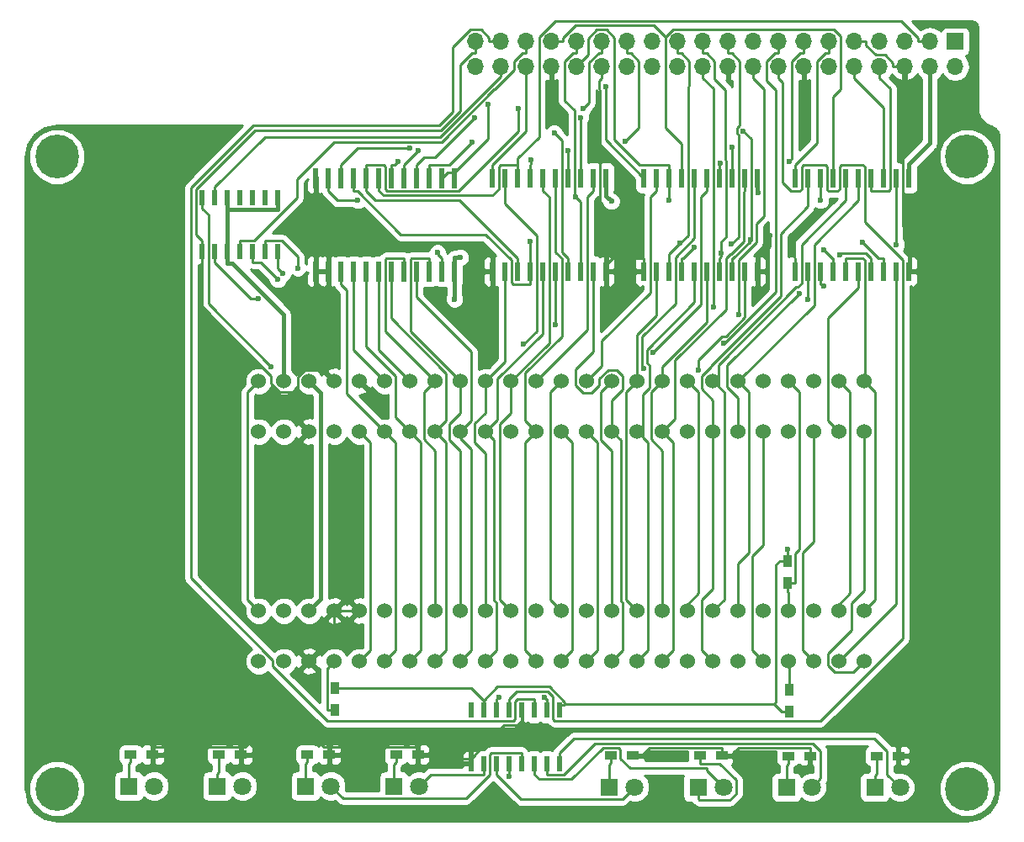
<source format=gbr>
G04 #@! TF.FileFunction,Copper,L2,Bot,Signal*
%FSLAX46Y46*%
G04 Gerber Fmt 4.6, Leading zero omitted, Abs format (unit mm)*
G04 Created by KiCad (PCBNEW 4.0.7) date 11/25/18 08:17:31*
%MOMM*%
%LPD*%
G01*
G04 APERTURE LIST*
%ADD10C,0.100000*%
%ADD11C,4.400000*%
%ADD12R,1.700000X1.700000*%
%ADD13O,1.700000X1.700000*%
%ADD14R,1.800000X1.800000*%
%ADD15C,1.800000*%
%ADD16R,1.200000X0.900000*%
%ADD17R,0.900000X1.200000*%
%ADD18R,0.600000X1.950000*%
%ADD19R,0.600000X2.000000*%
%ADD20R,0.600000X1.500000*%
%ADD21C,1.524000*%
%ADD22C,0.600000*%
%ADD23C,0.250000*%
%ADD24C,0.400000*%
%ADD25C,0.254000*%
G04 APERTURE END LIST*
D10*
D11*
X206756000Y-130937000D03*
X206756000Y-67310000D03*
X115180000Y-67310000D03*
X115189000Y-130937000D03*
D12*
X205572000Y-55727600D03*
D13*
X205572000Y-58267600D03*
X203032000Y-55727600D03*
X203032000Y-58267600D03*
X200492000Y-55727600D03*
X200492000Y-58267600D03*
X197952000Y-55727600D03*
X197952000Y-58267600D03*
X195412000Y-55727600D03*
X195412000Y-58267600D03*
X192872000Y-55727600D03*
X192872000Y-58267600D03*
X190332000Y-55727600D03*
X190332000Y-58267600D03*
X187792000Y-55727600D03*
X187792000Y-58267600D03*
X185252000Y-55727600D03*
X185252000Y-58267600D03*
X182712000Y-55727600D03*
X182712000Y-58267600D03*
X180172000Y-55727600D03*
X180172000Y-58267600D03*
X177632000Y-55727600D03*
X177632000Y-58267600D03*
X175092000Y-55727600D03*
X175092000Y-58267600D03*
X172552000Y-55727600D03*
X172552000Y-58267600D03*
X170012000Y-55727600D03*
X170012000Y-58267600D03*
X167472000Y-55727600D03*
X167472000Y-58267600D03*
X164932000Y-55727600D03*
X164932000Y-58267600D03*
X162392000Y-55727600D03*
X162392000Y-58267600D03*
X159852000Y-55727600D03*
X159852000Y-58267600D03*
X157312000Y-55727600D03*
X157312000Y-58267600D03*
D14*
X131318000Y-130683000D03*
D15*
X133858000Y-130683000D03*
D14*
X140208000Y-130683000D03*
D15*
X142748000Y-130683000D03*
D14*
X122428000Y-130683000D03*
D15*
X124968000Y-130683000D03*
D16*
X197655000Y-127635000D03*
X199855000Y-127635000D03*
X188765000Y-127635000D03*
X190965000Y-127635000D03*
X131488000Y-127508000D03*
X133688000Y-127508000D03*
X140378000Y-127508000D03*
X142578000Y-127508000D03*
X179866000Y-127630000D03*
X182066000Y-127630000D03*
X122598000Y-127508000D03*
X124798000Y-127508000D03*
D17*
X188849000Y-123190000D03*
X188849000Y-120990000D03*
X143129000Y-120820000D03*
X143129000Y-123020000D03*
X188722000Y-107993000D03*
X188722000Y-110193000D03*
D18*
X185674000Y-78868000D03*
X184404000Y-78868000D03*
X183134000Y-78868000D03*
X181864000Y-78868000D03*
X180594000Y-78868000D03*
X179324000Y-78868000D03*
X178054000Y-78868000D03*
X176784000Y-78868000D03*
X175514000Y-78868000D03*
X174244000Y-78868000D03*
X174244000Y-69468000D03*
X175514000Y-69468000D03*
X176784000Y-69468000D03*
X178054000Y-69468000D03*
X179324000Y-69468000D03*
X180594000Y-69468000D03*
X181864000Y-69468000D03*
X183134000Y-69468000D03*
X184404000Y-69468000D03*
X185674000Y-69468000D03*
X170434000Y-78868000D03*
X169164000Y-78868000D03*
X167894000Y-78868000D03*
X166624000Y-78868000D03*
X165354000Y-78868000D03*
X164084000Y-78868000D03*
X162814000Y-78868000D03*
X161544000Y-78868000D03*
X160274000Y-78868000D03*
X159004000Y-78868000D03*
X159004000Y-69468000D03*
X160274000Y-69468000D03*
X161544000Y-69468000D03*
X162814000Y-69468000D03*
X164084000Y-69468000D03*
X165354000Y-69468000D03*
X166624000Y-69468000D03*
X167894000Y-69468000D03*
X169164000Y-69468000D03*
X170434000Y-69468000D03*
X200914000Y-78868000D03*
X199644000Y-78868000D03*
X198374000Y-78868000D03*
X197104000Y-78868000D03*
X195834000Y-78868000D03*
X194564000Y-78868000D03*
X193294000Y-78868000D03*
X192024000Y-78868000D03*
X190754000Y-78868000D03*
X189484000Y-78868000D03*
X189484000Y-69468000D03*
X190754000Y-69468000D03*
X192024000Y-69468000D03*
X193294000Y-69468000D03*
X194564000Y-69468000D03*
X195834000Y-69468000D03*
X197104000Y-69468000D03*
X198374000Y-69468000D03*
X199644000Y-69468000D03*
X200914000Y-69468000D03*
D19*
X155194000Y-78868000D03*
X153924000Y-78868000D03*
X152654000Y-78868000D03*
X151384000Y-78868000D03*
X150114000Y-78868000D03*
X148844000Y-78868000D03*
X147574000Y-78868000D03*
X146304000Y-78868000D03*
X145034000Y-78868000D03*
X143764000Y-78868000D03*
X142494000Y-78868000D03*
X141224000Y-78868000D03*
X141224000Y-69468000D03*
X142494000Y-69468000D03*
X143764000Y-69468000D03*
X145034000Y-69468000D03*
X146304000Y-69468000D03*
X147574000Y-69468000D03*
X148844000Y-69468000D03*
X150114000Y-69468000D03*
X151384000Y-69468000D03*
X152654000Y-69468000D03*
X153924000Y-69468000D03*
X155194000Y-69468000D03*
D20*
X137414000Y-76868000D03*
X136144000Y-76868000D03*
X134874000Y-76868000D03*
X133604000Y-76868000D03*
X132334000Y-76868000D03*
X131064000Y-76868000D03*
X129794000Y-76868000D03*
X129794000Y-71468000D03*
X131064000Y-71468000D03*
X132334000Y-71468000D03*
X133604000Y-71468000D03*
X134874000Y-71468000D03*
X136144000Y-71468000D03*
X137414000Y-71468000D03*
X165735000Y-128430000D03*
X164465000Y-128430000D03*
X163195000Y-128430000D03*
X161925000Y-128430000D03*
X160655000Y-128430000D03*
X159385000Y-128430000D03*
X158115000Y-128430000D03*
X156845000Y-128430000D03*
X156845000Y-123030000D03*
X158115000Y-123030000D03*
X159385000Y-123030000D03*
X160655000Y-123030000D03*
X161925000Y-123030000D03*
X163195000Y-123030000D03*
X164465000Y-123030000D03*
X165735000Y-123030000D03*
D14*
X149098000Y-130683000D03*
D15*
X151638000Y-130683000D03*
D14*
X170779000Y-130776000D03*
D15*
X173319000Y-130776000D03*
D16*
X149311000Y-127508000D03*
X151511000Y-127508000D03*
X170949000Y-127601000D03*
X173149000Y-127601000D03*
D21*
X196433000Y-89916000D03*
X196433000Y-94996000D03*
X193893000Y-89916000D03*
X193893000Y-94996000D03*
X191353000Y-89916000D03*
X191353000Y-94996000D03*
X188813000Y-89916000D03*
X188813000Y-94996000D03*
X186273000Y-89916000D03*
X186273000Y-94996000D03*
X183733000Y-89916000D03*
X183733000Y-94996000D03*
X181193000Y-89916000D03*
X181193000Y-94996000D03*
X178653000Y-89916000D03*
X178653000Y-94996000D03*
X176113000Y-89916000D03*
X176113000Y-94996000D03*
X173573000Y-89916000D03*
X173573000Y-94996000D03*
X171033000Y-89916000D03*
X171033000Y-94996000D03*
X168493000Y-89916000D03*
X168493000Y-94996000D03*
X165953000Y-89916000D03*
X165953000Y-94996000D03*
X163413000Y-89916000D03*
X163413000Y-94996000D03*
X160873000Y-89916000D03*
X160873000Y-94996000D03*
X158333000Y-89916000D03*
X158333000Y-94996000D03*
X155793000Y-89916000D03*
X155793000Y-94996000D03*
X153253000Y-89916000D03*
X153253000Y-94996000D03*
X150713000Y-89916000D03*
X150713000Y-94996000D03*
X148173000Y-89916000D03*
X148173000Y-94996000D03*
X145633000Y-89916000D03*
X145633000Y-94996000D03*
X143093000Y-89916000D03*
X143093000Y-94996000D03*
X140553000Y-89916000D03*
X140553000Y-94996000D03*
X138013000Y-89916000D03*
X138013000Y-94996000D03*
X135473000Y-89916000D03*
X135473000Y-94996000D03*
X196433000Y-113030000D03*
X196433000Y-118110000D03*
X193893000Y-113030000D03*
X193893000Y-118110000D03*
X191353000Y-113030000D03*
X191353000Y-118110000D03*
X188813000Y-113030000D03*
X188813000Y-118110000D03*
X186273000Y-113030000D03*
X186273000Y-118110000D03*
X183733000Y-113030000D03*
X183733000Y-118110000D03*
X181193000Y-113030000D03*
X181193000Y-118110000D03*
X178653000Y-113030000D03*
X178653000Y-118110000D03*
X176113000Y-113030000D03*
X176113000Y-118110000D03*
X173573000Y-113030000D03*
X173573000Y-118110000D03*
X171033000Y-113030000D03*
X171033000Y-118110000D03*
X168493000Y-113030000D03*
X168493000Y-118110000D03*
X165953000Y-113030000D03*
X165953000Y-118110000D03*
X163413000Y-113030000D03*
X163413000Y-118110000D03*
X160873000Y-113030000D03*
X160873000Y-118110000D03*
X158333000Y-113030000D03*
X158333000Y-118110000D03*
X155793000Y-113030000D03*
X155793000Y-118110000D03*
X153253000Y-113030000D03*
X153253000Y-118110000D03*
X150713000Y-113030000D03*
X150713000Y-118110000D03*
X148173000Y-113030000D03*
X148173000Y-118110000D03*
X145633000Y-113030000D03*
X145633000Y-118110000D03*
X143093000Y-113030000D03*
X143093000Y-118110000D03*
X140553000Y-113030000D03*
X140553000Y-118110000D03*
X138013000Y-113030000D03*
X138013000Y-118110000D03*
X135473000Y-113030000D03*
X135473000Y-118110000D03*
D14*
X179696000Y-130806000D03*
D15*
X182236000Y-130806000D03*
D14*
X188595000Y-130810000D03*
D15*
X191135000Y-130810000D03*
D14*
X197485000Y-130810000D03*
D15*
X200025000Y-130810000D03*
D22*
X189375200Y-75227200D03*
X138054000Y-122761200D03*
X186910300Y-75227200D03*
X200591900Y-74626600D03*
X170986800Y-71817900D03*
X155800200Y-77457500D03*
X185701800Y-70950600D03*
X155194000Y-81658600D03*
X162883300Y-67663900D03*
X149480600Y-67816500D03*
X162814000Y-75884100D03*
X145469100Y-71731500D03*
X167402100Y-71360500D03*
X165221600Y-64944000D03*
X150662800Y-66466100D03*
X166624000Y-66696300D03*
X151560400Y-66696300D03*
X172349900Y-65820900D03*
X167882700Y-63419800D03*
X157201200Y-63419800D03*
X161627500Y-62475600D03*
X168116900Y-62475600D03*
X137942100Y-79078700D03*
X190757300Y-81719900D03*
X139435700Y-78528000D03*
X137427400Y-79704000D03*
X183778700Y-83190500D03*
X189865600Y-81094600D03*
X199644000Y-76165200D03*
X135429100Y-81591800D03*
X165354000Y-84237000D03*
X179740400Y-88843600D03*
X175157800Y-87019100D03*
X174207900Y-88646900D03*
X162143000Y-86181100D03*
X136743100Y-88443700D03*
X158552200Y-62082700D03*
X188722000Y-106878700D03*
X196207700Y-75956500D03*
X184941900Y-75693800D03*
X184225400Y-64724500D03*
X179337000Y-76411700D03*
X183060900Y-76117800D03*
X192346300Y-76724000D03*
X192346300Y-80368300D03*
X177872700Y-76057300D03*
X183098100Y-66399400D03*
X192024000Y-71734400D03*
X176784000Y-71734400D03*
X193977300Y-77253000D03*
X182018400Y-77060600D03*
X181925600Y-67987500D03*
X160655000Y-129683500D03*
X164269200Y-121777200D03*
X156936500Y-65883200D03*
X188838500Y-67823900D03*
X181219400Y-82454300D03*
X170392400Y-60292200D03*
X159624600Y-121779600D03*
X182303700Y-86135200D03*
X153480800Y-76966800D03*
D23*
X142494000Y-78868000D02*
X142494000Y-77542700D01*
X159004000Y-78868000D02*
X159004000Y-77567700D01*
X174244000Y-78868000D02*
X174244000Y-77567700D01*
X143093000Y-115570000D02*
X140553000Y-118110000D01*
X143093000Y-113030000D02*
X143093000Y-115570000D01*
X143093000Y-113030000D02*
X145633000Y-113030000D01*
X189484000Y-78868000D02*
X189484000Y-77567700D01*
X201254800Y-129810100D02*
X199855000Y-128410300D01*
X190965000Y-128410300D02*
X189898600Y-129476700D01*
X199855000Y-127635000D02*
X199855000Y-128410300D01*
X190965000Y-128022600D02*
X190965000Y-128410300D01*
X190965000Y-128022600D02*
X190965000Y-127635000D01*
X183761600Y-126859700D02*
X182991300Y-127630000D01*
X190965000Y-126859700D02*
X183761600Y-126859700D01*
X190965000Y-127635000D02*
X190965000Y-126859700D01*
X182066000Y-127630000D02*
X182991300Y-127630000D01*
X174820600Y-126854700D02*
X182066000Y-126854700D01*
X174074300Y-127601000D02*
X174820600Y-126854700D01*
X173149000Y-127601000D02*
X174074300Y-127601000D01*
X182066000Y-127630000D02*
X182066000Y-126854700D01*
X133688000Y-127508000D02*
X133688000Y-126732700D01*
X124798000Y-126732700D02*
X133688000Y-126732700D01*
X124798000Y-127508000D02*
X124798000Y-126732700D01*
X139438200Y-93881200D02*
X139438200Y-91003400D01*
X140553000Y-94996000D02*
X139438200Y-93881200D01*
X140129900Y-88792700D02*
X141969700Y-88792700D01*
X139438200Y-89484400D02*
X140129900Y-88792700D01*
X139438200Y-91003400D02*
X139438200Y-89484400D01*
X141969700Y-88792700D02*
X143093000Y-89916000D01*
X142494000Y-78868000D02*
X142494000Y-80193300D01*
X141445400Y-80193300D02*
X141224000Y-80193300D01*
X141969700Y-80717600D02*
X141445400Y-80193300D01*
X141969700Y-88792700D02*
X141969700Y-80717600D01*
X141969700Y-80717600D02*
X142494000Y-80193300D01*
X141224000Y-78868000D02*
X141224000Y-80193300D01*
X156845000Y-128430000D02*
X156845000Y-127892300D01*
X151511000Y-127508000D02*
X152436300Y-127508000D01*
X151511000Y-127508000D02*
X151511000Y-126732700D01*
X142578000Y-126732700D02*
X151511000Y-126732700D01*
X142578000Y-126732700D02*
X142578000Y-127508000D01*
X170434000Y-78868000D02*
X170434000Y-78217800D01*
X157312000Y-55727600D02*
X157312000Y-56902900D01*
X129794000Y-76868000D02*
X129794000Y-75792700D01*
X134082500Y-126732700D02*
X133688000Y-126732700D01*
X138054000Y-122761200D02*
X134082500Y-126732700D01*
X142025500Y-126732700D02*
X138054000Y-122761200D01*
X142578000Y-126732700D02*
X142025500Y-126732700D01*
X161925000Y-123030000D02*
X161925000Y-124105300D01*
X152820600Y-127892300D02*
X152436300Y-127508000D01*
X156845000Y-127892300D02*
X152820600Y-127892300D01*
X199855000Y-127635000D02*
X199855000Y-126859700D01*
X197997000Y-125001700D02*
X199855000Y-126859700D01*
X162821400Y-125001700D02*
X197997000Y-125001700D01*
X161925000Y-124105300D02*
X162821400Y-125001700D01*
X161474700Y-124555600D02*
X161925000Y-124105300D01*
X160181700Y-124555600D02*
X161474700Y-124555600D01*
X156845000Y-127892300D02*
X160181700Y-124555600D01*
X129794000Y-82419500D02*
X129794000Y-76868000D01*
X136743000Y-89368500D02*
X129794000Y-82419500D01*
X136743000Y-90186000D02*
X136743000Y-89368500D01*
X137560400Y-91003400D02*
X136743000Y-90186000D01*
X139438200Y-91003400D02*
X137560400Y-91003400D01*
X156944700Y-56902900D02*
X157312000Y-56902900D01*
X155768700Y-58078900D02*
X156944700Y-56902900D01*
X155768700Y-62694000D02*
X155768700Y-58078900D01*
X153808900Y-64653800D02*
X155768700Y-62694000D01*
X135092700Y-64653800D02*
X153808900Y-64653800D01*
X129168600Y-70577900D02*
X135092700Y-64653800D01*
X129168600Y-75167300D02*
X129168600Y-70577900D01*
X129794000Y-75792700D02*
X129168600Y-75167300D01*
X199316700Y-57900200D02*
X199316700Y-58267600D01*
X198508800Y-57092300D02*
X199316700Y-57900200D01*
X197584600Y-57092300D02*
X198508800Y-57092300D01*
X196587300Y-56095000D02*
X197584600Y-57092300D01*
X196587300Y-55727600D02*
X196587300Y-56095000D01*
X195412000Y-55727600D02*
X196587300Y-55727600D01*
X200268100Y-58267600D02*
X199316700Y-58267600D01*
X200268100Y-58267600D02*
X200269400Y-58267600D01*
X141224000Y-74446200D02*
X141224000Y-69468000D01*
X142801400Y-76023600D02*
X141224000Y-74446200D01*
X157459900Y-76023600D02*
X142801400Y-76023600D01*
X159004000Y-77567700D02*
X157459900Y-76023600D01*
X142494000Y-76331000D02*
X142494000Y-77542700D01*
X142801400Y-76023600D02*
X142494000Y-76331000D01*
X200288600Y-58267600D02*
X200269400Y-58267600D01*
X189375200Y-77458900D02*
X189375200Y-75227200D01*
X189484000Y-77567700D02*
X189375200Y-77458900D01*
X185674000Y-78868000D02*
X185674000Y-77567700D01*
X186910300Y-76331400D02*
X186910300Y-75227200D01*
X185674000Y-77567700D02*
X186910300Y-76331400D01*
X170434000Y-78217800D02*
X171090600Y-77561200D01*
X174237500Y-77561200D02*
X174244000Y-77567700D01*
X171090600Y-77561200D02*
X174237500Y-77561200D01*
X170012000Y-58267600D02*
X170012000Y-59442900D01*
X169808600Y-76279200D02*
X171090600Y-77561200D01*
X169808600Y-60592700D02*
X169808600Y-76279200D01*
X169767100Y-60551200D02*
X169808600Y-60592700D01*
X169767100Y-59687800D02*
X169767100Y-60551200D01*
X170012000Y-59442900D02*
X169767100Y-59687800D01*
X200492000Y-58267600D02*
X200436400Y-58267600D01*
X200436400Y-58267600D02*
X200288600Y-58267600D01*
X200914000Y-74948700D02*
X200914000Y-78868000D01*
X200591900Y-74626600D02*
X200914000Y-74948700D01*
X200288600Y-74323300D02*
X200591900Y-74626600D01*
X200288600Y-58267600D02*
X200288600Y-74323300D01*
D24*
X132334000Y-71468000D02*
X132334000Y-72618300D01*
X132334000Y-76868000D02*
X132334000Y-72618300D01*
X132334000Y-72618300D02*
X137414000Y-72618300D01*
X132334000Y-76868000D02*
X132334000Y-78018300D01*
X170434000Y-69468000D02*
X170434000Y-70843300D01*
X155194000Y-78868000D02*
X155194000Y-77467700D01*
X155790000Y-77467700D02*
X155800200Y-77457500D01*
X155194000Y-77467700D02*
X155790000Y-77467700D01*
X185674000Y-69468000D02*
X185674000Y-70843300D01*
X185674000Y-70922800D02*
X185701800Y-70950600D01*
X185674000Y-70843300D02*
X185674000Y-70922800D01*
X137414000Y-71468000D02*
X137414000Y-72618300D01*
X203032000Y-65974700D02*
X200914000Y-68092700D01*
X203032000Y-58267600D02*
X203032000Y-65974700D01*
X200914000Y-69468000D02*
X200914000Y-68092700D01*
X155194000Y-78868000D02*
X155194000Y-81658600D01*
X132846000Y-78018300D02*
X132334000Y-78018300D01*
X138013000Y-83185300D02*
X132846000Y-78018300D01*
X138013000Y-89916000D02*
X138013000Y-83185300D01*
X170434000Y-71265100D02*
X170986800Y-71817900D01*
X170434000Y-70843300D02*
X170434000Y-71265100D01*
X141743600Y-91106600D02*
X140553000Y-89916000D01*
X141743600Y-111839400D02*
X141743600Y-91106600D01*
X140553000Y-113030000D02*
X141743600Y-111839400D01*
D23*
X162814000Y-69468000D02*
X162814000Y-68167700D01*
X162883300Y-68098400D02*
X162883300Y-67663900D01*
X162814000Y-68167700D02*
X162883300Y-68098400D01*
X148844000Y-69468000D02*
X148844000Y-68142700D01*
X149154400Y-68142700D02*
X149480600Y-67816500D01*
X148844000Y-68142700D02*
X149154400Y-68142700D01*
X162814000Y-78868000D02*
X162814000Y-75884100D01*
X145034000Y-69468000D02*
X145034000Y-70793300D01*
X162814000Y-78868000D02*
X162814000Y-80168300D01*
X161073700Y-80168300D02*
X162814000Y-80168300D01*
X160899400Y-79994000D02*
X161073700Y-80168300D01*
X160899400Y-77758300D02*
X160899400Y-79994000D01*
X158283400Y-75142300D02*
X160899400Y-77758300D01*
X149784300Y-75142300D02*
X158283400Y-75142300D01*
X145435300Y-70793300D02*
X149784300Y-75142300D01*
X145034000Y-70793300D02*
X145435300Y-70793300D01*
X167894000Y-78868000D02*
X167894000Y-77567700D01*
X167472000Y-55727600D02*
X167472000Y-56902900D01*
X143432200Y-71731500D02*
X145469100Y-71731500D01*
X142494000Y-70793300D02*
X143432200Y-71731500D01*
X167894000Y-71852400D02*
X167402100Y-71360500D01*
X167894000Y-77567700D02*
X167894000Y-71852400D01*
X142494000Y-69468000D02*
X142494000Y-70793300D01*
X167249500Y-71207900D02*
X167402100Y-71360500D01*
X167249500Y-62637200D02*
X167249500Y-71207900D01*
X166296700Y-61684400D02*
X167249500Y-62637200D01*
X166296700Y-57710800D02*
X166296700Y-61684400D01*
X167104600Y-56902900D02*
X166296700Y-57710800D01*
X167472000Y-56902900D02*
X167104600Y-56902900D01*
X166624000Y-78868000D02*
X166624000Y-77567700D01*
X165998700Y-65721100D02*
X165221600Y-64944000D01*
X165998700Y-76942400D02*
X165998700Y-65721100D01*
X166624000Y-77567700D02*
X165998700Y-76942400D01*
X143764000Y-69468000D02*
X143764000Y-68142700D01*
X145440600Y-66466100D02*
X150662800Y-66466100D01*
X143764000Y-68142700D02*
X145440600Y-66466100D01*
X166624000Y-69468000D02*
X166624000Y-68167700D01*
X166624000Y-68167700D02*
X166624000Y-66696300D01*
X150114000Y-69468000D02*
X150114000Y-68142700D01*
X150114000Y-68142700D02*
X151560400Y-66696300D01*
X172919400Y-56902900D02*
X172552000Y-56902900D01*
X173727300Y-57710800D02*
X172919400Y-56902900D01*
X173727300Y-64443500D02*
X173727300Y-57710800D01*
X172349900Y-65820900D02*
X173727300Y-64443500D01*
X172552000Y-55727600D02*
X172552000Y-56902900D01*
X167894000Y-69468000D02*
X167894000Y-68167700D01*
X151384000Y-69468000D02*
X151384000Y-68142700D01*
X167894000Y-63431100D02*
X167882700Y-63419800D01*
X167894000Y-68167700D02*
X167894000Y-63431100D01*
X153212600Y-67408400D02*
X157201200Y-63419800D01*
X152118300Y-67408400D02*
X153212600Y-67408400D01*
X151384000Y-68142700D02*
X152118300Y-67408400D01*
X161544000Y-69468000D02*
X161544000Y-68280300D01*
X203032000Y-55727600D02*
X201856700Y-55727600D01*
X147574000Y-69468000D02*
X147574000Y-70793300D01*
X161544000Y-68128300D02*
X161544000Y-68280300D01*
X161544000Y-67469600D02*
X161544000Y-68128300D01*
X163687100Y-65326500D02*
X161544000Y-67469600D01*
X163687100Y-55282900D02*
X163687100Y-65326500D01*
X165318300Y-53651700D02*
X163687100Y-55282900D01*
X200148100Y-53651700D02*
X165318300Y-53651700D01*
X201856700Y-55360300D02*
X200148100Y-53651700D01*
X201856700Y-55727600D02*
X201856700Y-55360300D01*
X159834600Y-68128300D02*
X161544000Y-68128300D01*
X159641000Y-68321900D02*
X159834600Y-68128300D01*
X159641000Y-70608300D02*
X159641000Y-68321900D01*
X159005700Y-71243600D02*
X159641000Y-70608300D01*
X148024300Y-71243600D02*
X159005700Y-71243600D01*
X147574000Y-70793300D02*
X148024300Y-71243600D01*
X161544000Y-78868000D02*
X161544000Y-77567700D01*
X146304000Y-69654800D02*
X146304000Y-70793300D01*
X155670200Y-71693900D02*
X161544000Y-77567700D01*
X147204600Y-71693900D02*
X155670200Y-71693900D01*
X146304000Y-70793300D02*
X147204600Y-71693900D01*
X146304000Y-69654800D02*
X146304000Y-69468000D01*
X161627500Y-64794600D02*
X161627500Y-62475600D01*
X155628800Y-70793300D02*
X161627500Y-64794600D01*
X148365600Y-70793300D02*
X155628800Y-70793300D01*
X148209000Y-70636700D02*
X148365600Y-70793300D01*
X148209000Y-68288300D02*
X148209000Y-70636700D01*
X148063400Y-68142700D02*
X148209000Y-68288300D01*
X146304000Y-68142700D02*
X148063400Y-68142700D01*
X168741900Y-61850600D02*
X168116900Y-62475600D01*
X168741900Y-57859500D02*
X168741900Y-61850600D01*
X169698500Y-56902900D02*
X168741900Y-57859500D01*
X170012000Y-56902900D02*
X169698500Y-56902900D01*
X170012000Y-55727600D02*
X170012000Y-56902900D01*
X146304000Y-69468000D02*
X146304000Y-68142700D01*
X197533600Y-91016600D02*
X196433000Y-89916000D01*
X197533600Y-111929400D02*
X197533600Y-91016600D01*
X196433000Y-113030000D02*
X197533600Y-111929400D01*
X196459400Y-89889600D02*
X196433000Y-89916000D01*
X196459400Y-77758300D02*
X196459400Y-89889600D01*
X196268800Y-77567700D02*
X196459400Y-77758300D01*
X194564000Y-77567700D02*
X196268800Y-77567700D01*
X194564000Y-78868000D02*
X194564000Y-77567700D01*
X137414000Y-76868000D02*
X137414000Y-77943300D01*
X137414000Y-78550600D02*
X137942100Y-79078700D01*
X137414000Y-77943300D02*
X137414000Y-78550600D01*
X190757300Y-80171600D02*
X190754000Y-80168300D01*
X190757300Y-81719900D02*
X190757300Y-80171600D01*
X190754000Y-78868000D02*
X190754000Y-80168300D01*
X196433000Y-110964200D02*
X196433000Y-94996000D01*
X195163000Y-112234200D02*
X196433000Y-110964200D01*
X195163000Y-114975800D02*
X195163000Y-112234200D01*
X192781400Y-117357400D02*
X195163000Y-114975800D01*
X192781400Y-118536200D02*
X192781400Y-117357400D01*
X193467900Y-119222700D02*
X192781400Y-118536200D01*
X195320300Y-119222700D02*
X193467900Y-119222700D01*
X196433000Y-118110000D02*
X195320300Y-119222700D01*
X137851400Y-75792700D02*
X136144000Y-75792700D01*
X139435700Y-77377000D02*
X137851400Y-75792700D01*
X139435700Y-78528000D02*
X139435700Y-77377000D01*
X136144000Y-76868000D02*
X136144000Y-75792700D01*
X134874000Y-76868000D02*
X134874000Y-77943300D01*
X193893000Y-112393100D02*
X193893000Y-113030000D01*
X195004200Y-111281900D02*
X193893000Y-112393100D01*
X195004200Y-91027200D02*
X195004200Y-111281900D01*
X193893000Y-89916000D02*
X195004200Y-91027200D01*
X135666700Y-77943300D02*
X137427400Y-79704000D01*
X134874000Y-77943300D02*
X135666700Y-77943300D01*
X199644000Y-112359000D02*
X193893000Y-118110000D01*
X199644000Y-78868000D02*
X199644000Y-112359000D01*
X191353000Y-106050700D02*
X191353000Y-94996000D01*
X190260800Y-107142900D02*
X191353000Y-106050700D01*
X190260800Y-117017800D02*
X190260800Y-107142900D01*
X191353000Y-118110000D02*
X190260800Y-117017800D01*
X185252000Y-58267600D02*
X185252000Y-59442900D01*
X188849000Y-118146000D02*
X188849000Y-120990000D01*
X188813000Y-118110000D02*
X188849000Y-118146000D01*
X183778700Y-77758200D02*
X183778700Y-83190500D01*
X185567200Y-75969700D02*
X183778700Y-77758200D01*
X185567200Y-74059400D02*
X185567200Y-75969700D01*
X186335200Y-73291400D02*
X185567200Y-74059400D01*
X186335200Y-60526100D02*
X186335200Y-73291400D01*
X185252000Y-59442900D02*
X186335200Y-60526100D01*
X186273000Y-106392500D02*
X186273000Y-94996000D01*
X185181900Y-107483600D02*
X186273000Y-106392500D01*
X185181900Y-117018900D02*
X185181900Y-107483600D01*
X186273000Y-118110000D02*
X185181900Y-117018900D01*
X195834000Y-71709000D02*
X195834000Y-69468000D01*
X191382600Y-76160400D02*
X195834000Y-71709000D01*
X191382600Y-82266400D02*
X191382600Y-76160400D01*
X183733000Y-89916000D02*
X191382600Y-82266400D01*
X184843800Y-91026800D02*
X183733000Y-89916000D01*
X184843800Y-107184800D02*
X184843800Y-91026800D01*
X183733000Y-108295600D02*
X184843800Y-107184800D01*
X183733000Y-113030000D02*
X183733000Y-108295600D01*
X182645500Y-88314700D02*
X189865600Y-81094600D01*
X182645500Y-90482700D02*
X182645500Y-88314700D01*
X183733000Y-91570200D02*
X182645500Y-90482700D01*
X183733000Y-94996000D02*
X183733000Y-91570200D01*
X199644000Y-69468000D02*
X199644000Y-76165200D01*
X181761000Y-89916000D02*
X181193000Y-89916000D01*
X181761000Y-90484000D02*
X181761000Y-89916000D01*
X182329000Y-91052000D02*
X181761000Y-90484000D01*
X182329000Y-111894000D02*
X182329000Y-91052000D01*
X181193000Y-113030000D02*
X182329000Y-111894000D01*
X194564000Y-71715900D02*
X194564000Y-69468000D01*
X190109300Y-76170600D02*
X194564000Y-71715900D01*
X190109300Y-80065900D02*
X190109300Y-76170600D01*
X189706000Y-80469200D02*
X190109300Y-80065900D01*
X189571400Y-80469200D02*
X189706000Y-80469200D01*
X181761000Y-88279600D02*
X189571400Y-80469200D01*
X181761000Y-89916000D02*
X181761000Y-88279600D01*
X181193000Y-110808300D02*
X181193000Y-94996000D01*
X180101900Y-111899400D02*
X181193000Y-110808300D01*
X180101900Y-117018900D02*
X180101900Y-111899400D01*
X181193000Y-118110000D02*
X180101900Y-117018900D01*
X181193000Y-91819100D02*
X181193000Y-94996000D01*
X180089500Y-90715600D02*
X181193000Y-91819100D01*
X180089500Y-89430400D02*
X180089500Y-90715600D01*
X181006100Y-88513800D02*
X180089500Y-89430400D01*
X181006100Y-88397600D02*
X181006100Y-88513800D01*
X188009300Y-81394400D02*
X181006100Y-88397600D01*
X188009300Y-75065600D02*
X188009300Y-81394400D01*
X190754000Y-72320900D02*
X188009300Y-75065600D01*
X190754000Y-69468000D02*
X190754000Y-72320900D01*
X131064000Y-76868000D02*
X131064000Y-77943300D01*
X178653000Y-112393100D02*
X178653000Y-113030000D01*
X179764200Y-111281900D02*
X178653000Y-112393100D01*
X179764200Y-91027200D02*
X179764200Y-111281900D01*
X178653000Y-89916000D02*
X179764200Y-91027200D01*
X134712500Y-81591800D02*
X135429100Y-81591800D01*
X131064000Y-77943300D02*
X134712500Y-81591800D01*
X180594000Y-78868000D02*
X180594000Y-80168300D01*
X175001700Y-91027300D02*
X176113000Y-89916000D01*
X175001700Y-95787800D02*
X175001700Y-91027300D01*
X176113000Y-96899100D02*
X175001700Y-95787800D01*
X176113000Y-113030000D02*
X176113000Y-96899100D01*
X176113000Y-88445100D02*
X176113000Y-89916000D01*
X180594000Y-83964100D02*
X176113000Y-88445100D01*
X180594000Y-80168300D02*
X180594000Y-83964100D01*
X177200400Y-96083400D02*
X176113000Y-94996000D01*
X177200400Y-117022600D02*
X177200400Y-96083400D01*
X176113000Y-118110000D02*
X177200400Y-117022600D01*
X177383000Y-93726000D02*
X176113000Y-94996000D01*
X177383000Y-87812000D02*
X177383000Y-93726000D01*
X182508700Y-82686300D02*
X177383000Y-87812000D01*
X182508700Y-77533500D02*
X182508700Y-82686300D01*
X182943900Y-77098300D02*
X182508700Y-77533500D01*
X183039100Y-77098300D02*
X182943900Y-77098300D01*
X184316600Y-75820800D02*
X183039100Y-77098300D01*
X184316600Y-70855700D02*
X184316600Y-75820800D01*
X184404000Y-70768300D02*
X184316600Y-70855700D01*
X184404000Y-69468000D02*
X184404000Y-70768300D01*
X172461700Y-91027300D02*
X173573000Y-89916000D01*
X172461700Y-111918700D02*
X172461700Y-91027300D01*
X173573000Y-113030000D02*
X172461700Y-111918700D01*
X175514000Y-83341400D02*
X175514000Y-78868000D01*
X173573000Y-85282400D02*
X175514000Y-83341400D01*
X173573000Y-89916000D02*
X173573000Y-85282400D01*
X179324000Y-78868000D02*
X179324000Y-80168300D01*
X174128600Y-94996000D02*
X173573000Y-94996000D01*
X174128600Y-95551600D02*
X174128600Y-94996000D01*
X174684200Y-96107200D02*
X174128600Y-95551600D01*
X174684200Y-116998800D02*
X174684200Y-96107200D01*
X173573000Y-118110000D02*
X174684200Y-116998800D01*
X174128600Y-91263500D02*
X174128600Y-94996000D01*
X174833200Y-90558900D02*
X174128600Y-91263500D01*
X174833200Y-88387800D02*
X174833200Y-90558900D01*
X174532500Y-88087100D02*
X174833200Y-88387800D01*
X174532500Y-86760100D02*
X174532500Y-88087100D01*
X179324000Y-81968600D02*
X174532500Y-86760100D01*
X179324000Y-80168300D02*
X179324000Y-81968600D01*
X169943500Y-91005500D02*
X171033000Y-89916000D01*
X169943500Y-95809600D02*
X169943500Y-91005500D01*
X171033000Y-96899100D02*
X169943500Y-95809600D01*
X171033000Y-113030000D02*
X171033000Y-96899100D01*
X165354000Y-78868000D02*
X165354000Y-84237000D01*
X169164000Y-86922500D02*
X169164000Y-78868000D01*
X167379800Y-88706700D02*
X169164000Y-86922500D01*
X167379800Y-90342800D02*
X167379800Y-88706700D01*
X168109100Y-91072100D02*
X167379800Y-90342800D01*
X168946700Y-91072100D02*
X168109100Y-91072100D01*
X169718400Y-90300400D02*
X168946700Y-91072100D01*
X169718400Y-89688700D02*
X169718400Y-90300400D01*
X170631200Y-88775900D02*
X169718400Y-89688700D01*
X171479900Y-88775900D02*
X170631200Y-88775900D01*
X172127700Y-89423700D02*
X171479900Y-88775900D01*
X172127700Y-90724400D02*
X172127700Y-89423700D01*
X171033000Y-91819100D02*
X172127700Y-90724400D01*
X171033000Y-94996000D02*
X171033000Y-91819100D01*
X171906700Y-95869700D02*
X171033000Y-94996000D01*
X171906700Y-112016400D02*
X171906700Y-95869700D01*
X172126700Y-112236400D02*
X171906700Y-112016400D01*
X172126700Y-117016300D02*
X172126700Y-112236400D01*
X171033000Y-118110000D02*
X172126700Y-117016300D01*
X175514000Y-69468000D02*
X175514000Y-70768300D01*
X169994100Y-88414900D02*
X168493000Y-89916000D01*
X169994100Y-85883800D02*
X169994100Y-88414900D01*
X174888700Y-80989200D02*
X169994100Y-85883800D01*
X174888700Y-71393600D02*
X174888700Y-80989200D01*
X175514000Y-70768300D02*
X174888700Y-71393600D01*
X169581500Y-96084500D02*
X168493000Y-94996000D01*
X169581500Y-117021500D02*
X169581500Y-96084500D01*
X168493000Y-118110000D02*
X169581500Y-117021500D01*
X184404000Y-78868000D02*
X184404000Y-80168300D01*
X179740400Y-87774100D02*
X179740400Y-88843600D01*
X182131400Y-85383100D02*
X179740400Y-87774100D01*
X182487200Y-85383100D02*
X182131400Y-85383100D01*
X184404000Y-83466300D02*
X182487200Y-85383100D01*
X184404000Y-80168300D02*
X184404000Y-83466300D01*
X164841700Y-91027300D02*
X165953000Y-89916000D01*
X164841700Y-111918700D02*
X164841700Y-91027300D01*
X165953000Y-113030000D02*
X164841700Y-111918700D01*
X180594000Y-69468000D02*
X180594000Y-70768300D01*
X179968700Y-71393600D02*
X180594000Y-70768300D01*
X179968700Y-82208200D02*
X179968700Y-71393600D01*
X175157800Y-87019100D02*
X179968700Y-82208200D01*
X167064200Y-96107200D02*
X165953000Y-94996000D01*
X167064200Y-116998800D02*
X167064200Y-96107200D01*
X165953000Y-118110000D02*
X167064200Y-116998800D01*
X179324000Y-75530400D02*
X179324000Y-70768300D01*
X177409400Y-77445000D02*
X179324000Y-75530400D01*
X177409400Y-82082900D02*
X177409400Y-77445000D01*
X174082200Y-85410100D02*
X177409400Y-82082900D01*
X174082200Y-88521200D02*
X174082200Y-85410100D01*
X174207900Y-88646900D02*
X174082200Y-88521200D01*
X179324000Y-69468000D02*
X179324000Y-70768300D01*
X168538700Y-71393600D02*
X169164000Y-70768300D01*
X168538700Y-84790300D02*
X168538700Y-71393600D01*
X163413000Y-89916000D02*
X168538700Y-84790300D01*
X169164000Y-69468000D02*
X169164000Y-70768300D01*
X162325600Y-96083400D02*
X163413000Y-94996000D01*
X162325600Y-117022600D02*
X162325600Y-96083400D01*
X163413000Y-118110000D02*
X162325600Y-117022600D01*
X162325600Y-93908600D02*
X163413000Y-94996000D01*
X162325600Y-89100300D02*
X162325600Y-93908600D01*
X165994900Y-85431000D02*
X162325600Y-89100300D01*
X165994900Y-77575500D02*
X165994900Y-85431000D01*
X165354000Y-76934600D02*
X165994900Y-77575500D01*
X165354000Y-69468000D02*
X165354000Y-76934600D01*
X160873000Y-93143300D02*
X160873000Y-89916000D01*
X159784400Y-94231900D02*
X160873000Y-93143300D01*
X159784400Y-111941400D02*
X159784400Y-94231900D01*
X160873000Y-113030000D02*
X159784400Y-111941400D01*
X164084000Y-69468000D02*
X164084000Y-70768300D01*
X164709300Y-86079700D02*
X160873000Y-89916000D01*
X164709300Y-71393600D02*
X164709300Y-86079700D01*
X164084000Y-70768300D02*
X164709300Y-71393600D01*
X163439400Y-84884700D02*
X162143000Y-86181100D01*
X163439400Y-75241100D02*
X163439400Y-84884700D01*
X160274000Y-72075700D02*
X163439400Y-75241100D01*
X160274000Y-69468000D02*
X160274000Y-72075700D01*
X160274000Y-87975000D02*
X158333000Y-89916000D01*
X160274000Y-78868000D02*
X160274000Y-87975000D01*
X158333000Y-97217700D02*
X158333000Y-113030000D01*
X157241900Y-96126600D02*
X158333000Y-97217700D01*
X157241900Y-94184000D02*
X157241900Y-96126600D01*
X158333000Y-93092900D02*
X157241900Y-94184000D01*
X158333000Y-89916000D02*
X158333000Y-93092900D01*
X159138200Y-95801200D02*
X158333000Y-94996000D01*
X159138200Y-111942600D02*
X159138200Y-95801200D01*
X159428700Y-112233100D02*
X159138200Y-111942600D01*
X159428700Y-117014300D02*
X159428700Y-112233100D01*
X158333000Y-118110000D02*
X159428700Y-117014300D01*
X159536600Y-93792400D02*
X158333000Y-94996000D01*
X159536600Y-89681700D02*
X159536600Y-93792400D01*
X164084000Y-85134300D02*
X159536600Y-89681700D01*
X164084000Y-80168300D02*
X164084000Y-85134300D01*
X164084000Y-78868000D02*
X164084000Y-80168300D01*
X150886700Y-77542700D02*
X152654000Y-77542700D01*
X150758600Y-77670800D02*
X150886700Y-77542700D01*
X150758600Y-84881600D02*
X150758600Y-77670800D01*
X155793000Y-89916000D02*
X150758600Y-84881600D01*
X152654000Y-78868000D02*
X152654000Y-77542700D01*
X155793000Y-93108700D02*
X155793000Y-89916000D01*
X154699300Y-94202400D02*
X155793000Y-93108700D01*
X154699300Y-95805400D02*
X154699300Y-94202400D01*
X155793000Y-96899100D02*
X154699300Y-95805400D01*
X155793000Y-113030000D02*
X155793000Y-96899100D01*
X156883900Y-93905100D02*
X155793000Y-94996000D01*
X156883900Y-86975600D02*
X156883900Y-93905100D01*
X151384000Y-81475700D02*
X156883900Y-86975600D01*
X151384000Y-78868000D02*
X151384000Y-81475700D01*
X156904200Y-116998800D02*
X155793000Y-118110000D01*
X156904200Y-96744000D02*
X156904200Y-116998800D01*
X155793000Y-95632800D02*
X156904200Y-96744000D01*
X155793000Y-94996000D02*
X155793000Y-95632800D01*
X152141700Y-91027300D02*
X153253000Y-89916000D01*
X152141700Y-95787800D02*
X152141700Y-91027300D01*
X153253000Y-96899100D02*
X152141700Y-95787800D01*
X153253000Y-113030000D02*
X153253000Y-96899100D01*
X150114000Y-78868000D02*
X150114000Y-77542700D01*
X148346700Y-77542700D02*
X150114000Y-77542700D01*
X148218600Y-77670800D02*
X148346700Y-77542700D01*
X148218600Y-84881600D02*
X148218600Y-77670800D01*
X153253000Y-89916000D02*
X148218600Y-84881600D01*
X154364200Y-96107200D02*
X153253000Y-94996000D01*
X154364200Y-116998800D02*
X154364200Y-96107200D01*
X153253000Y-118110000D02*
X154364200Y-116998800D01*
X148844000Y-83603900D02*
X148844000Y-78868000D01*
X154364200Y-89124100D02*
X148844000Y-83603900D01*
X154364200Y-93884800D02*
X154364200Y-89124100D01*
X153253000Y-94996000D02*
X154364200Y-93884800D01*
X147574000Y-78868000D02*
X147574000Y-80193300D01*
X147574000Y-86777000D02*
X147574000Y-80193300D01*
X150713000Y-89916000D02*
X147574000Y-86777000D01*
X151824200Y-96107200D02*
X150713000Y-94996000D01*
X151824200Y-116998800D02*
X151824200Y-96107200D01*
X150713000Y-118110000D02*
X151824200Y-116998800D01*
X146304000Y-86462200D02*
X146304000Y-78868000D01*
X149264000Y-89422200D02*
X146304000Y-86462200D01*
X149264000Y-93547000D02*
X149264000Y-89422200D01*
X150713000Y-94996000D02*
X149264000Y-93547000D01*
X145034000Y-86777000D02*
X145034000Y-78868000D01*
X148173000Y-89916000D02*
X145034000Y-86777000D01*
X149266700Y-96089700D02*
X148173000Y-94996000D01*
X149266700Y-117016300D02*
X149266700Y-96089700D01*
X148173000Y-118110000D02*
X149266700Y-117016300D01*
X144363000Y-91186000D02*
X148173000Y-94996000D01*
X144363000Y-80792300D02*
X144363000Y-91186000D01*
X143764000Y-80193300D02*
X144363000Y-80792300D01*
X143764000Y-78868000D02*
X143764000Y-80193300D01*
X129794000Y-71468000D02*
X129794000Y-72543300D01*
X130419300Y-82119900D02*
X136743100Y-88443700D01*
X130419300Y-73168600D02*
X130419300Y-82119900D01*
X129794000Y-72543300D02*
X130419300Y-73168600D01*
X146744200Y-96107200D02*
X145633000Y-94996000D01*
X146744200Y-116998800D02*
X146744200Y-96107200D01*
X145633000Y-118110000D02*
X146744200Y-116998800D01*
X134378600Y-91010400D02*
X135473000Y-89916000D01*
X134378600Y-111935600D02*
X134378600Y-91010400D01*
X135473000Y-113030000D02*
X134378600Y-111935600D01*
X143129000Y-120820000D02*
X143904300Y-120820000D01*
X158115000Y-123030000D02*
X158115000Y-122067300D01*
X165735000Y-123030000D02*
X165735000Y-122492300D01*
X155194000Y-69468000D02*
X155194000Y-68917900D01*
X154474100Y-68917900D02*
X153924000Y-69468000D01*
X155194000Y-68917900D02*
X154474100Y-68917900D01*
X156867700Y-120820000D02*
X143904300Y-120820000D01*
X158115000Y-122067300D02*
X156867700Y-120820000D01*
X158552200Y-65559700D02*
X155194000Y-68917900D01*
X158552200Y-62082700D02*
X158552200Y-65559700D01*
X166249600Y-122492300D02*
X166279100Y-122462800D01*
X165735000Y-122492300D02*
X166249600Y-122492300D01*
X159500700Y-120681600D02*
X158115000Y-122067300D01*
X164741200Y-120681600D02*
X159500700Y-120681600D01*
X166279100Y-122219500D02*
X164741200Y-120681600D01*
X166279100Y-122462800D02*
X166279100Y-122219500D01*
X188849000Y-123190000D02*
X188073700Y-123190000D01*
X166279100Y-122462800D02*
X187346500Y-122462800D01*
X187346500Y-122462800D02*
X188073700Y-123190000D01*
X188722000Y-106878700D02*
X188722000Y-107993000D01*
X187543000Y-122266300D02*
X187346500Y-122462800D01*
X187543000Y-108396700D02*
X187543000Y-122266300D01*
X187946700Y-107993000D02*
X187543000Y-108396700D01*
X188722000Y-107993000D02*
X187946700Y-107993000D01*
X183134000Y-78868000D02*
X183134000Y-77567700D01*
X197818900Y-77567700D02*
X196207700Y-75956500D01*
X198374000Y-77567700D02*
X197818900Y-77567700D01*
X198374000Y-78868000D02*
X198374000Y-77567700D01*
X184941900Y-75858900D02*
X184941900Y-75693800D01*
X183233100Y-77567700D02*
X184941900Y-75858900D01*
X183134000Y-77567700D02*
X183233100Y-77567700D01*
X185029300Y-65528400D02*
X184225400Y-64724500D01*
X185029300Y-75606400D02*
X185029300Y-65528400D01*
X184941900Y-75693800D02*
X185029300Y-75606400D01*
X178054000Y-78868000D02*
X178054000Y-77567700D01*
X178181000Y-77567700D02*
X179337000Y-76411700D01*
X178054000Y-77567700D02*
X178181000Y-77567700D01*
X182712000Y-55727600D02*
X182712000Y-56902900D01*
X193190000Y-77567700D02*
X192346300Y-76724000D01*
X193294000Y-77567700D02*
X193190000Y-77567700D01*
X193294000Y-78868000D02*
X193294000Y-77567700D01*
X183759400Y-75419300D02*
X183060900Y-76117800D01*
X183759400Y-65142800D02*
X183759400Y-75419300D01*
X183600100Y-64983500D02*
X183759400Y-65142800D01*
X183600100Y-64465500D02*
X183600100Y-64983500D01*
X183887300Y-64178300D02*
X183600100Y-64465500D01*
X183887300Y-57710800D02*
X183887300Y-64178300D01*
X183079400Y-56902900D02*
X183887300Y-57710800D01*
X182712000Y-56902900D02*
X183079400Y-56902900D01*
X177632000Y-55727600D02*
X177632000Y-56902900D01*
X176784000Y-77146000D02*
X177872700Y-76057300D01*
X176784000Y-78868000D02*
X176784000Y-77146000D01*
X177999400Y-56902900D02*
X177632000Y-56902900D01*
X178807300Y-57710800D02*
X177999400Y-56902900D01*
X178807300Y-60170700D02*
X178807300Y-57710800D01*
X178679400Y-60298600D02*
X178807300Y-60170700D01*
X178679400Y-75250600D02*
X178679400Y-60298600D01*
X177872700Y-76057300D02*
X178679400Y-75250600D01*
X192146300Y-80168300D02*
X192346300Y-80368300D01*
X192024000Y-80168300D02*
X192146300Y-80168300D01*
X192024000Y-78868000D02*
X192024000Y-80168300D01*
X198374000Y-62404900D02*
X195412000Y-59442900D01*
X198374000Y-68167700D02*
X198374000Y-62404900D01*
X198374000Y-69468000D02*
X198374000Y-68167700D01*
X195412000Y-58267600D02*
X195412000Y-59442900D01*
X183098100Y-68131800D02*
X183134000Y-68167700D01*
X183098100Y-66399400D02*
X183098100Y-68131800D01*
X183134000Y-69468000D02*
X183134000Y-68167700D01*
X192024000Y-69468000D02*
X192024000Y-70768300D01*
X192024000Y-70768300D02*
X192024000Y-71734400D01*
X176784000Y-71734400D02*
X176784000Y-69468000D01*
X176784000Y-69468000D02*
X176784000Y-68167700D01*
X173812400Y-68167700D02*
X176784000Y-68167700D01*
X171282000Y-65637300D02*
X173812400Y-68167700D01*
X171282000Y-55327400D02*
X171282000Y-65637300D01*
X170506900Y-54552300D02*
X171282000Y-55327400D01*
X169523000Y-54552300D02*
X170506900Y-54552300D01*
X168657800Y-55417500D02*
X169523000Y-54552300D01*
X168657800Y-57081800D02*
X168657800Y-55417500D01*
X167472000Y-58267600D02*
X168657800Y-57081800D01*
X180172000Y-55727600D02*
X180172000Y-56902900D01*
X182018400Y-75884700D02*
X182018400Y-77060600D01*
X182499200Y-75403900D02*
X182018400Y-75884700D01*
X182499200Y-68298300D02*
X182499200Y-75403900D01*
X182550900Y-68246600D02*
X182499200Y-68298300D01*
X182550900Y-67728400D02*
X182550900Y-68246600D01*
X182436700Y-67614200D02*
X182550900Y-67728400D01*
X182436700Y-60588000D02*
X182436700Y-67614200D01*
X181347300Y-59498600D02*
X182436700Y-60588000D01*
X181347300Y-57710800D02*
X181347300Y-59498600D01*
X180539400Y-56902900D02*
X181347300Y-57710800D01*
X180172000Y-56902900D02*
X180539400Y-56902900D01*
X182018400Y-77413300D02*
X181864000Y-77567700D01*
X182018400Y-77060600D02*
X182018400Y-77413300D01*
X197104000Y-78868000D02*
X197104000Y-77567700D01*
X181864000Y-78868000D02*
X181864000Y-77567700D01*
X194175800Y-77054500D02*
X193977300Y-77253000D01*
X196590800Y-77054500D02*
X194175800Y-77054500D01*
X197104000Y-77567700D02*
X196590800Y-77054500D01*
X164932000Y-55727600D02*
X166107300Y-55727600D01*
X177162100Y-54523100D02*
X176421300Y-55263900D01*
X193373100Y-54523100D02*
X177162100Y-54523100D01*
X194049500Y-55199500D02*
X193373100Y-54523100D01*
X194049500Y-60563100D02*
X194049500Y-55199500D01*
X193294000Y-61318600D02*
X194049500Y-60563100D01*
X193294000Y-69468000D02*
X193294000Y-61318600D01*
X178054000Y-66029400D02*
X178054000Y-69468000D01*
X176421300Y-64396700D02*
X178054000Y-66029400D01*
X176421300Y-55263900D02*
X176421300Y-64396700D01*
X166107300Y-55360200D02*
X166107300Y-55727600D01*
X167365500Y-54102000D02*
X166107300Y-55360200D01*
X175259400Y-54102000D02*
X167365500Y-54102000D01*
X176421300Y-55263900D02*
X175259400Y-54102000D01*
X181925600Y-68106100D02*
X181925600Y-67987500D01*
X181864000Y-68167700D02*
X181925600Y-68106100D01*
X181864000Y-69468000D02*
X181864000Y-68167700D01*
X198999300Y-60490200D02*
X197952000Y-59442900D01*
X198999300Y-70633200D02*
X198999300Y-60490200D01*
X198864200Y-70768300D02*
X198999300Y-70633200D01*
X197104000Y-70768300D02*
X198864200Y-70768300D01*
X197104000Y-69468000D02*
X197104000Y-70768300D01*
X197952000Y-58267600D02*
X197952000Y-59442900D01*
X165735000Y-128430000D02*
X165735000Y-127354700D01*
X165735000Y-127354700D02*
X167203500Y-125886200D01*
X167203500Y-125886200D02*
X197452800Y-125886200D01*
X197452800Y-125886200D02*
X198710400Y-127143800D01*
X198710400Y-127143800D02*
X198710400Y-129495400D01*
X198710400Y-129495400D02*
X200025000Y-130810000D01*
X164465000Y-128430000D02*
X164465000Y-129505300D01*
X169343500Y-126372900D02*
X191245800Y-126372900D01*
X164465000Y-129505300D02*
X166211100Y-129505300D01*
X166211100Y-129505300D02*
X169343500Y-126372900D01*
X191245800Y-126372900D02*
X192034999Y-127162099D01*
X192034999Y-127162099D02*
X192034999Y-129910001D01*
X192034999Y-129910001D02*
X191135000Y-130810000D01*
X160655000Y-128430000D02*
X160655000Y-129683500D01*
X143973400Y-131908400D02*
X142748000Y-130683000D01*
X156357000Y-131908400D02*
X143973400Y-131908400D01*
X158750000Y-129515400D02*
X156357000Y-131908400D01*
X158750000Y-127480300D02*
X158750000Y-129515400D01*
X158875600Y-127354700D02*
X158750000Y-127480300D01*
X161925000Y-127354700D02*
X158875600Y-127354700D01*
X161925000Y-128430000D02*
X161925000Y-127354700D01*
X180539700Y-128855700D02*
X180539700Y-129109700D01*
X180539700Y-129109700D02*
X182236000Y-130806000D01*
X163195000Y-128430000D02*
X163195000Y-129505300D01*
X172839900Y-128855700D02*
X180539700Y-128855700D01*
X171874400Y-127890200D02*
X172839900Y-128855700D01*
X171874400Y-127016300D02*
X171874400Y-127890200D01*
X171683700Y-126825600D02*
X171874400Y-127016300D01*
X170153800Y-126825600D02*
X171683700Y-126825600D01*
X166977800Y-130001600D02*
X170153800Y-126825600D01*
X163691300Y-130001600D02*
X166977800Y-130001600D01*
X163195000Y-129505300D02*
X163691300Y-130001600D01*
X164446700Y-121954700D02*
X164269200Y-121777200D01*
X164465000Y-121954700D02*
X164446700Y-121954700D01*
X164465000Y-123030000D02*
X164465000Y-121954700D01*
X192504600Y-56902900D02*
X192872000Y-56902900D01*
X191696700Y-57710800D02*
X192504600Y-56902900D01*
X191696700Y-65955000D02*
X191696700Y-57710800D01*
X189484000Y-68167700D02*
X191696700Y-65955000D01*
X189484000Y-69468000D02*
X189484000Y-68167700D01*
X192872000Y-55727600D02*
X192872000Y-56902900D01*
X152654000Y-69468000D02*
X152654000Y-68142700D01*
X154677000Y-68142700D02*
X152654000Y-68142700D01*
X156936500Y-65883200D02*
X154677000Y-68142700D01*
X142353700Y-118849300D02*
X142353700Y-123020000D01*
X143093000Y-118110000D02*
X142353700Y-118849300D01*
X143129000Y-123020000D02*
X142353700Y-123020000D01*
X190332000Y-55727600D02*
X190332000Y-56902900D01*
X189156700Y-67505700D02*
X188838500Y-67823900D01*
X189156700Y-57710800D02*
X189156700Y-67505700D01*
X189964600Y-56902900D02*
X189156700Y-57710800D01*
X190332000Y-56902900D02*
X189964600Y-56902900D01*
X188179000Y-59829900D02*
X187792000Y-59442900D01*
X188179000Y-69915700D02*
X188179000Y-59829900D01*
X189031700Y-70768400D02*
X188179000Y-69915700D01*
X189926800Y-70768400D02*
X189031700Y-70768400D01*
X190128600Y-70566600D02*
X189926800Y-70768400D01*
X190128600Y-68316100D02*
X190128600Y-70566600D01*
X190277100Y-68167600D02*
X190128600Y-68316100D01*
X192523900Y-68167600D02*
X190277100Y-68167600D01*
X192668600Y-68312300D02*
X192523900Y-68167600D01*
X192668600Y-70634900D02*
X192668600Y-68312300D01*
X192802100Y-70768400D02*
X192668600Y-70634900D01*
X193736800Y-70768400D02*
X192802100Y-70768400D01*
X193938600Y-70566600D02*
X193736800Y-70768400D01*
X193938600Y-68355200D02*
X193938600Y-70566600D01*
X194163300Y-68130500D02*
X193938600Y-68355200D01*
X196277000Y-68130500D02*
X194163300Y-68130500D01*
X196478600Y-68332100D02*
X196277000Y-68130500D01*
X196478600Y-73933800D02*
X196478600Y-68332100D01*
X200269400Y-77724600D02*
X196478600Y-73933800D01*
X200269400Y-115848500D02*
X200269400Y-77724600D01*
X192002500Y-124115400D02*
X200269400Y-115848500D01*
X165251700Y-124115400D02*
X192002500Y-124115400D01*
X165100000Y-123963700D02*
X165251700Y-124115400D01*
X165100000Y-121687900D02*
X165100000Y-123963700D01*
X164549600Y-121137500D02*
X165100000Y-121687900D01*
X161472200Y-121137500D02*
X164549600Y-121137500D01*
X160655000Y-121954700D02*
X161472200Y-121137500D01*
X160655000Y-123030000D02*
X160655000Y-121954700D01*
X187792000Y-58267600D02*
X187792000Y-59442900D01*
X188722000Y-110193000D02*
X189497300Y-110193000D01*
X180172000Y-58267600D02*
X180172000Y-59442900D01*
X188813000Y-111209300D02*
X188722000Y-111118300D01*
X188813000Y-113030000D02*
X188813000Y-111209300D01*
X188722000Y-110193000D02*
X188722000Y-111118300D01*
X189926400Y-91029400D02*
X188813000Y-89916000D01*
X189926400Y-106840400D02*
X189926400Y-91029400D01*
X189497300Y-107269500D02*
X189926400Y-106840400D01*
X189497300Y-110193000D02*
X189497300Y-107269500D01*
X181219400Y-60490300D02*
X181219400Y-82454300D01*
X180172000Y-59442900D02*
X181219400Y-60490300D01*
X133604000Y-76868000D02*
X133604000Y-75792700D01*
X162392000Y-55727600D02*
X162392000Y-56902900D01*
X135021900Y-75792700D02*
X133604000Y-75792700D01*
X139325200Y-71489400D02*
X135021900Y-75792700D01*
X139325200Y-69602800D02*
X139325200Y-71489400D01*
X143087200Y-65840800D02*
X139325200Y-69602800D01*
X153895700Y-65840800D02*
X143087200Y-65840800D01*
X159162900Y-60573600D02*
X153895700Y-65840800D01*
X159240900Y-60573600D02*
X159162900Y-60573600D01*
X161216700Y-58597800D02*
X159240900Y-60573600D01*
X161216700Y-57710800D02*
X161216700Y-58597800D01*
X162024600Y-56902900D02*
X161216700Y-57710800D01*
X162392000Y-56902900D02*
X162024600Y-56902900D01*
X159852000Y-59247600D02*
X159852000Y-58267600D01*
X153770200Y-65329400D02*
X159852000Y-59247600D01*
X136127300Y-65329400D02*
X153770200Y-65329400D01*
X131064000Y-70392700D02*
X136127300Y-65329400D01*
X131064000Y-71468000D02*
X131064000Y-70392700D01*
X159004000Y-69468000D02*
X159004000Y-68167700D01*
X162392000Y-58267600D02*
X162392000Y-59442900D01*
X162392000Y-64779700D02*
X159004000Y-68167700D01*
X162392000Y-59442900D02*
X162392000Y-64779700D01*
X170392400Y-65616400D02*
X174244000Y-69468000D01*
X170392400Y-60292200D02*
X170392400Y-65616400D01*
X158676700Y-55360200D02*
X158676700Y-55727600D01*
X157868800Y-54552300D02*
X158676700Y-55360200D01*
X156770000Y-54552300D02*
X157868800Y-54552300D01*
X155021400Y-56300900D02*
X156770000Y-54552300D01*
X155021400Y-62804400D02*
X155021400Y-56300900D01*
X153622400Y-64203400D02*
X155021400Y-62804400D01*
X134906200Y-64203400D02*
X153622400Y-64203400D01*
X128673800Y-70435800D02*
X134906200Y-64203400D01*
X128673800Y-109745700D02*
X128673800Y-70435800D01*
X136925600Y-117997500D02*
X128673800Y-109745700D01*
X136925600Y-118638900D02*
X136925600Y-117997500D01*
X142392000Y-124105300D02*
X136925600Y-118638900D01*
X161125500Y-124105300D02*
X142392000Y-124105300D01*
X161290000Y-123940800D02*
X161125500Y-124105300D01*
X161290000Y-122154900D02*
X161290000Y-123940800D01*
X161490200Y-121954700D02*
X161290000Y-122154900D01*
X163195000Y-121954700D02*
X161490200Y-121954700D01*
X163195000Y-123030000D02*
X163195000Y-121954700D01*
X159852000Y-55727600D02*
X158676700Y-55727600D01*
X159449500Y-121954700D02*
X159624600Y-121779600D01*
X159385000Y-121954700D02*
X159449500Y-121954700D01*
X182303700Y-86135100D02*
X182303700Y-86135200D01*
X182382300Y-86135100D02*
X182303700Y-86135100D01*
X187539900Y-80977500D02*
X182382300Y-86135100D01*
X187539900Y-60611200D02*
X187539900Y-80977500D01*
X186573200Y-59644500D02*
X187539900Y-60611200D01*
X186573200Y-57754400D02*
X186573200Y-59644500D01*
X187424700Y-56902900D02*
X186573200Y-57754400D01*
X187792000Y-56902900D02*
X187424700Y-56902900D01*
X187792000Y-55727600D02*
X187792000Y-56902900D01*
X159385000Y-123030000D02*
X159385000Y-121954700D01*
X153480800Y-77099500D02*
X153480800Y-76966800D01*
X153924000Y-77542700D02*
X153480800Y-77099500D01*
X153924000Y-78868000D02*
X153924000Y-77542700D01*
X195834000Y-80556500D02*
X195834000Y-78868000D01*
X192798200Y-83592300D02*
X195834000Y-80556500D01*
X192798200Y-93901200D02*
X192798200Y-83592300D01*
X193893000Y-94996000D02*
X192798200Y-93901200D01*
X197655000Y-129414700D02*
X197485000Y-129584700D01*
X197655000Y-127635000D02*
X197655000Y-129414700D01*
X197485000Y-130810000D02*
X197485000Y-129584700D01*
X188595000Y-128580300D02*
X188595000Y-130810000D01*
X188765000Y-128410300D02*
X188595000Y-128580300D01*
X188765000Y-127635000D02*
X188765000Y-128410300D01*
X131488000Y-129287700D02*
X131318000Y-129457700D01*
X131488000Y-127508000D02*
X131488000Y-129287700D01*
X131318000Y-130683000D02*
X131318000Y-129457700D01*
X140208000Y-128453300D02*
X140208000Y-130683000D01*
X140378000Y-128283300D02*
X140208000Y-128453300D01*
X140378000Y-127508000D02*
X140378000Y-128283300D01*
X182880000Y-132080000D02*
X179820000Y-132080000D01*
X179820000Y-132080000D02*
X179696000Y-131956000D01*
X179696000Y-131956000D02*
X179696000Y-130806000D01*
X183506500Y-131453500D02*
X182880000Y-132080000D01*
X183506500Y-130065300D02*
X183506500Y-131453500D01*
X181846500Y-128405300D02*
X183506500Y-130065300D01*
X179866000Y-128405300D02*
X181846500Y-128405300D01*
X179866000Y-127630000D02*
X179866000Y-128405300D01*
X122428000Y-128453300D02*
X122428000Y-130683000D01*
X122598000Y-128283300D02*
X122428000Y-128453300D01*
X122598000Y-127508000D02*
X122598000Y-128283300D01*
X149098000Y-128496300D02*
X149098000Y-130683000D01*
X149311000Y-128283300D02*
X149098000Y-128496300D01*
X149311000Y-127508000D02*
X149311000Y-128283300D01*
X152815700Y-129505300D02*
X151638000Y-130683000D01*
X158115000Y-129505300D02*
X152815700Y-129505300D01*
X158115000Y-128430000D02*
X158115000Y-129505300D01*
X170779000Y-128546300D02*
X170779000Y-130776000D01*
X170949000Y-128376300D02*
X170779000Y-128546300D01*
X170949000Y-127601000D02*
X170949000Y-128376300D01*
X172093600Y-132001400D02*
X173319000Y-130776000D01*
X161881100Y-132001400D02*
X172093600Y-132001400D01*
X159385000Y-129505300D02*
X161881100Y-132001400D01*
X159385000Y-128430000D02*
X159385000Y-129505300D01*
D25*
G36*
X207472979Y-53724478D02*
X207650145Y-53842856D01*
X207768521Y-54020019D01*
X207824000Y-54298931D01*
X207824000Y-62484000D01*
X207834878Y-62538686D01*
X207832402Y-62575574D01*
X207870348Y-62867322D01*
X207907198Y-62976437D01*
X207936660Y-63087782D01*
X208132236Y-63487513D01*
X208132237Y-63487515D01*
X208300194Y-63707822D01*
X208633854Y-64002282D01*
X208784706Y-64090005D01*
X208873333Y-64141544D01*
X209219545Y-64260275D01*
X209605182Y-64497778D01*
X209836762Y-64818019D01*
X209932201Y-65198683D01*
X209933174Y-130994080D01*
X209684350Y-132245001D01*
X209015371Y-133246202D01*
X208013905Y-133915360D01*
X206772838Y-134163350D01*
X115209100Y-134163350D01*
X113958174Y-133914525D01*
X112956973Y-133245546D01*
X112287815Y-132244080D01*
X112138822Y-131498442D01*
X112353509Y-131498442D01*
X112784202Y-132540801D01*
X113581005Y-133338995D01*
X114622610Y-133771507D01*
X115750442Y-133772491D01*
X116792801Y-133341798D01*
X117590995Y-132544995D01*
X118023507Y-131503390D01*
X118024491Y-130375558D01*
X117779652Y-129783000D01*
X120880560Y-129783000D01*
X120880560Y-131583000D01*
X120924838Y-131818317D01*
X121063910Y-132034441D01*
X121276110Y-132179431D01*
X121528000Y-132230440D01*
X123328000Y-132230440D01*
X123563317Y-132186162D01*
X123779441Y-132047090D01*
X123924431Y-131834890D01*
X123928567Y-131814466D01*
X124097357Y-131983551D01*
X124661330Y-132217733D01*
X125271991Y-132218265D01*
X125836371Y-131985068D01*
X126268551Y-131553643D01*
X126502733Y-130989670D01*
X126503265Y-130379009D01*
X126270068Y-129814629D01*
X126238495Y-129783000D01*
X129770560Y-129783000D01*
X129770560Y-131583000D01*
X129814838Y-131818317D01*
X129953910Y-132034441D01*
X130166110Y-132179431D01*
X130418000Y-132230440D01*
X132218000Y-132230440D01*
X132453317Y-132186162D01*
X132669441Y-132047090D01*
X132814431Y-131834890D01*
X132818567Y-131814466D01*
X132987357Y-131983551D01*
X133551330Y-132217733D01*
X134161991Y-132218265D01*
X134726371Y-131985068D01*
X135158551Y-131553643D01*
X135392733Y-130989670D01*
X135393265Y-130379009D01*
X135160068Y-129814629D01*
X135128495Y-129783000D01*
X138660560Y-129783000D01*
X138660560Y-131583000D01*
X138704838Y-131818317D01*
X138843910Y-132034441D01*
X139056110Y-132179431D01*
X139308000Y-132230440D01*
X141108000Y-132230440D01*
X141343317Y-132186162D01*
X141559441Y-132047090D01*
X141704431Y-131834890D01*
X141708567Y-131814466D01*
X141877357Y-131983551D01*
X142441330Y-132217733D01*
X143051991Y-132218265D01*
X143162713Y-132172515D01*
X143435999Y-132445801D01*
X143682560Y-132610548D01*
X143973400Y-132668400D01*
X156357000Y-132668400D01*
X156647839Y-132610548D01*
X156894401Y-132445801D01*
X159072550Y-130267652D01*
X161343699Y-132538801D01*
X161590260Y-132703548D01*
X161638514Y-132713146D01*
X161881100Y-132761400D01*
X172093600Y-132761400D01*
X172384439Y-132703548D01*
X172631001Y-132538801D01*
X172904036Y-132265766D01*
X173012330Y-132310733D01*
X173622991Y-132311265D01*
X174187371Y-132078068D01*
X174619551Y-131646643D01*
X174853733Y-131082670D01*
X174854265Y-130472009D01*
X174621068Y-129907629D01*
X174329649Y-129615700D01*
X178225813Y-129615700D01*
X178199569Y-129654110D01*
X178148560Y-129906000D01*
X178148560Y-131706000D01*
X178192838Y-131941317D01*
X178331910Y-132157441D01*
X178544110Y-132302431D01*
X178796000Y-132353440D01*
X179065080Y-132353440D01*
X179158599Y-132493401D01*
X179282599Y-132617401D01*
X179529160Y-132782148D01*
X179577414Y-132791746D01*
X179820000Y-132840000D01*
X182880000Y-132840000D01*
X183170839Y-132782148D01*
X183417401Y-132617401D01*
X184043901Y-131990901D01*
X184208648Y-131744339D01*
X184266500Y-131453500D01*
X184266500Y-130065300D01*
X184208648Y-129774461D01*
X184043901Y-129527899D01*
X183080014Y-128564012D01*
X183204327Y-128439699D01*
X183301000Y-128206310D01*
X183301000Y-127915750D01*
X183142250Y-127757000D01*
X182217928Y-127757000D01*
X182137339Y-127703152D01*
X181919000Y-127659721D01*
X181919000Y-127503000D01*
X181939000Y-127503000D01*
X181939000Y-127483000D01*
X182193000Y-127483000D01*
X182193000Y-127503000D01*
X183142250Y-127503000D01*
X183301000Y-127344250D01*
X183301000Y-127132900D01*
X187528111Y-127132900D01*
X187517560Y-127185000D01*
X187517560Y-128085000D01*
X187561838Y-128320317D01*
X187700910Y-128536441D01*
X187835000Y-128628061D01*
X187835000Y-129262560D01*
X187695000Y-129262560D01*
X187459683Y-129306838D01*
X187243559Y-129445910D01*
X187098569Y-129658110D01*
X187047560Y-129910000D01*
X187047560Y-131710000D01*
X187091838Y-131945317D01*
X187230910Y-132161441D01*
X187443110Y-132306431D01*
X187695000Y-132357440D01*
X189495000Y-132357440D01*
X189730317Y-132313162D01*
X189946441Y-132174090D01*
X190091431Y-131961890D01*
X190095567Y-131941466D01*
X190264357Y-132110551D01*
X190828330Y-132344733D01*
X191438991Y-132345265D01*
X192003371Y-132112068D01*
X192435551Y-131680643D01*
X192669733Y-131116670D01*
X192670265Y-130506009D01*
X192617908Y-130379295D01*
X192737147Y-130200840D01*
X192794999Y-129910001D01*
X192794999Y-127162099D01*
X192737147Y-126871260D01*
X192586767Y-126646200D01*
X196719662Y-126646200D01*
X196603559Y-126720910D01*
X196458569Y-126933110D01*
X196407560Y-127185000D01*
X196407560Y-128085000D01*
X196451838Y-128320317D01*
X196590910Y-128536441D01*
X196803110Y-128681431D01*
X196895000Y-128700039D01*
X196895000Y-129126019D01*
X196803767Y-129262560D01*
X196585000Y-129262560D01*
X196349683Y-129306838D01*
X196133559Y-129445910D01*
X195988569Y-129658110D01*
X195937560Y-129910000D01*
X195937560Y-131710000D01*
X195981838Y-131945317D01*
X196120910Y-132161441D01*
X196333110Y-132306431D01*
X196585000Y-132357440D01*
X198385000Y-132357440D01*
X198620317Y-132313162D01*
X198836441Y-132174090D01*
X198981431Y-131961890D01*
X198985567Y-131941466D01*
X199154357Y-132110551D01*
X199718330Y-132344733D01*
X200328991Y-132345265D01*
X200893371Y-132112068D01*
X201325551Y-131680643D01*
X201401207Y-131498442D01*
X203920509Y-131498442D01*
X204351202Y-132540801D01*
X205148005Y-133338995D01*
X206189610Y-133771507D01*
X207317442Y-133772491D01*
X208359801Y-133341798D01*
X209157995Y-132544995D01*
X209590507Y-131503390D01*
X209591491Y-130375558D01*
X209160798Y-129333199D01*
X208363995Y-128535005D01*
X207322390Y-128102493D01*
X206194558Y-128101509D01*
X205152199Y-128532202D01*
X204354005Y-129329005D01*
X203921493Y-130370610D01*
X203920509Y-131498442D01*
X201401207Y-131498442D01*
X201559733Y-131116670D01*
X201560265Y-130506009D01*
X201327068Y-129941629D01*
X200895643Y-129509449D01*
X200331670Y-129275267D01*
X199721009Y-129274735D01*
X199610287Y-129320485D01*
X199470400Y-129180598D01*
X199470400Y-128720000D01*
X199569250Y-128720000D01*
X199728000Y-128561250D01*
X199728000Y-127762000D01*
X199982000Y-127762000D01*
X199982000Y-128561250D01*
X200140750Y-128720000D01*
X200581309Y-128720000D01*
X200814698Y-128623327D01*
X200993327Y-128444699D01*
X201090000Y-128211310D01*
X201090000Y-127920750D01*
X200931250Y-127762000D01*
X199982000Y-127762000D01*
X199728000Y-127762000D01*
X199708000Y-127762000D01*
X199708000Y-127508000D01*
X199728000Y-127508000D01*
X199728000Y-126708750D01*
X199982000Y-126708750D01*
X199982000Y-127508000D01*
X200931250Y-127508000D01*
X201090000Y-127349250D01*
X201090000Y-127058690D01*
X200993327Y-126825301D01*
X200814698Y-126646673D01*
X200581309Y-126550000D01*
X200140750Y-126550000D01*
X199982000Y-126708750D01*
X199728000Y-126708750D01*
X199569250Y-126550000D01*
X199191402Y-126550000D01*
X197990201Y-125348799D01*
X197743639Y-125184052D01*
X197452800Y-125126200D01*
X167203500Y-125126200D01*
X166912661Y-125184052D01*
X166666099Y-125348799D01*
X165197599Y-126817299D01*
X165032852Y-127063861D01*
X165027491Y-127090812D01*
X165016890Y-127083569D01*
X164765000Y-127032560D01*
X164165000Y-127032560D01*
X163929683Y-127076838D01*
X163830472Y-127140678D01*
X163746890Y-127083569D01*
X163495000Y-127032560D01*
X162895000Y-127032560D01*
X162659683Y-127076838D01*
X162633128Y-127093926D01*
X162627148Y-127063861D01*
X162462401Y-126817299D01*
X162215839Y-126652552D01*
X161925000Y-126594700D01*
X158875600Y-126594700D01*
X158584760Y-126652552D01*
X158338199Y-126817299D01*
X158212599Y-126942899D01*
X158152690Y-127032560D01*
X157815000Y-127032560D01*
X157579683Y-127076838D01*
X157489020Y-127135178D01*
X157271310Y-127045000D01*
X157130750Y-127045000D01*
X156972000Y-127203750D01*
X156972000Y-128303000D01*
X156992000Y-128303000D01*
X156992000Y-128557000D01*
X156972000Y-128557000D01*
X156972000Y-128577000D01*
X156718000Y-128577000D01*
X156718000Y-128557000D01*
X156068750Y-128557000D01*
X155910000Y-128715750D01*
X155910000Y-128745300D01*
X152815700Y-128745300D01*
X152524860Y-128803152D01*
X152278299Y-128967899D01*
X152052964Y-129193234D01*
X151944670Y-129148267D01*
X151334009Y-129147735D01*
X150769629Y-129380932D01*
X150601387Y-129548880D01*
X150601162Y-129547683D01*
X150462090Y-129331559D01*
X150249890Y-129186569D01*
X149998000Y-129135560D01*
X149858000Y-129135560D01*
X149858000Y-128806335D01*
X149928289Y-128701140D01*
X150003915Y-128587957D01*
X150146317Y-128561162D01*
X150362441Y-128422090D01*
X150408969Y-128353994D01*
X150551302Y-128496327D01*
X150784691Y-128593000D01*
X151225250Y-128593000D01*
X151384000Y-128434250D01*
X151384000Y-127635000D01*
X151638000Y-127635000D01*
X151638000Y-128434250D01*
X151796750Y-128593000D01*
X152237309Y-128593000D01*
X152470698Y-128496327D01*
X152649327Y-128317699D01*
X152746000Y-128084310D01*
X152746000Y-127793750D01*
X152587250Y-127635000D01*
X151638000Y-127635000D01*
X151384000Y-127635000D01*
X151364000Y-127635000D01*
X151364000Y-127553691D01*
X155910000Y-127553691D01*
X155910000Y-128144250D01*
X156068750Y-128303000D01*
X156718000Y-128303000D01*
X156718000Y-127203750D01*
X156559250Y-127045000D01*
X156418690Y-127045000D01*
X156185301Y-127141673D01*
X156006673Y-127320302D01*
X155910000Y-127553691D01*
X151364000Y-127553691D01*
X151364000Y-127381000D01*
X151384000Y-127381000D01*
X151384000Y-126581750D01*
X151638000Y-126581750D01*
X151638000Y-127381000D01*
X152587250Y-127381000D01*
X152746000Y-127222250D01*
X152746000Y-126931690D01*
X152649327Y-126698301D01*
X152470698Y-126519673D01*
X152237309Y-126423000D01*
X151796750Y-126423000D01*
X151638000Y-126581750D01*
X151384000Y-126581750D01*
X151225250Y-126423000D01*
X150784691Y-126423000D01*
X150551302Y-126519673D01*
X150410064Y-126660910D01*
X150375090Y-126606559D01*
X150162890Y-126461569D01*
X149911000Y-126410560D01*
X148711000Y-126410560D01*
X148475683Y-126454838D01*
X148259559Y-126593910D01*
X148114569Y-126806110D01*
X148063560Y-127058000D01*
X148063560Y-127958000D01*
X148107838Y-128193317D01*
X148246910Y-128409441D01*
X148342311Y-128474626D01*
X148338000Y-128496300D01*
X148338000Y-129135560D01*
X148198000Y-129135560D01*
X147962683Y-129179838D01*
X147746559Y-129318910D01*
X147601569Y-129531110D01*
X147550560Y-129783000D01*
X147550560Y-131148400D01*
X144288202Y-131148400D01*
X144237766Y-131097964D01*
X144282733Y-130989670D01*
X144283265Y-130379009D01*
X144050068Y-129814629D01*
X143618643Y-129382449D01*
X143054670Y-129148267D01*
X142444009Y-129147735D01*
X141879629Y-129380932D01*
X141711387Y-129548880D01*
X141711162Y-129547683D01*
X141572090Y-129331559D01*
X141359890Y-129186569D01*
X141108000Y-129135560D01*
X140968000Y-129135560D01*
X140968000Y-128741981D01*
X141070916Y-128587957D01*
X141213317Y-128561162D01*
X141429441Y-128422090D01*
X141475969Y-128353994D01*
X141618302Y-128496327D01*
X141851691Y-128593000D01*
X142292250Y-128593000D01*
X142451000Y-128434250D01*
X142451000Y-127635000D01*
X142705000Y-127635000D01*
X142705000Y-128434250D01*
X142863750Y-128593000D01*
X143304309Y-128593000D01*
X143537698Y-128496327D01*
X143716327Y-128317699D01*
X143813000Y-128084310D01*
X143813000Y-127793750D01*
X143654250Y-127635000D01*
X142705000Y-127635000D01*
X142451000Y-127635000D01*
X142431000Y-127635000D01*
X142431000Y-127381000D01*
X142451000Y-127381000D01*
X142451000Y-126581750D01*
X142705000Y-126581750D01*
X142705000Y-127381000D01*
X143654250Y-127381000D01*
X143813000Y-127222250D01*
X143813000Y-126931690D01*
X143716327Y-126698301D01*
X143537698Y-126519673D01*
X143304309Y-126423000D01*
X142863750Y-126423000D01*
X142705000Y-126581750D01*
X142451000Y-126581750D01*
X142292250Y-126423000D01*
X141851691Y-126423000D01*
X141618302Y-126519673D01*
X141477064Y-126660910D01*
X141442090Y-126606559D01*
X141229890Y-126461569D01*
X140978000Y-126410560D01*
X139778000Y-126410560D01*
X139542683Y-126454838D01*
X139326559Y-126593910D01*
X139181569Y-126806110D01*
X139130560Y-127058000D01*
X139130560Y-127958000D01*
X139174838Y-128193317D01*
X139313910Y-128409441D01*
X139448000Y-128501061D01*
X139448000Y-129135560D01*
X139308000Y-129135560D01*
X139072683Y-129179838D01*
X138856559Y-129318910D01*
X138711569Y-129531110D01*
X138660560Y-129783000D01*
X135128495Y-129783000D01*
X134728643Y-129382449D01*
X134164670Y-129148267D01*
X133554009Y-129147735D01*
X132989629Y-129380932D01*
X132821387Y-129548880D01*
X132821162Y-129547683D01*
X132682090Y-129331559D01*
X132469890Y-129186569D01*
X132248000Y-129141635D01*
X132248000Y-128575334D01*
X132323317Y-128561162D01*
X132539441Y-128422090D01*
X132585969Y-128353994D01*
X132728302Y-128496327D01*
X132961691Y-128593000D01*
X133402250Y-128593000D01*
X133561000Y-128434250D01*
X133561000Y-127635000D01*
X133815000Y-127635000D01*
X133815000Y-128434250D01*
X133973750Y-128593000D01*
X134414309Y-128593000D01*
X134647698Y-128496327D01*
X134826327Y-128317699D01*
X134923000Y-128084310D01*
X134923000Y-127793750D01*
X134764250Y-127635000D01*
X133815000Y-127635000D01*
X133561000Y-127635000D01*
X133541000Y-127635000D01*
X133541000Y-127381000D01*
X133561000Y-127381000D01*
X133561000Y-126581750D01*
X133815000Y-126581750D01*
X133815000Y-127381000D01*
X134764250Y-127381000D01*
X134923000Y-127222250D01*
X134923000Y-126931690D01*
X134826327Y-126698301D01*
X134647698Y-126519673D01*
X134414309Y-126423000D01*
X133973750Y-126423000D01*
X133815000Y-126581750D01*
X133561000Y-126581750D01*
X133402250Y-126423000D01*
X132961691Y-126423000D01*
X132728302Y-126519673D01*
X132587064Y-126660910D01*
X132552090Y-126606559D01*
X132339890Y-126461569D01*
X132088000Y-126410560D01*
X130888000Y-126410560D01*
X130652683Y-126454838D01*
X130436559Y-126593910D01*
X130291569Y-126806110D01*
X130240560Y-127058000D01*
X130240560Y-127958000D01*
X130284838Y-128193317D01*
X130423910Y-128409441D01*
X130636110Y-128554431D01*
X130728000Y-128573039D01*
X130728000Y-128999019D01*
X130636767Y-129135560D01*
X130418000Y-129135560D01*
X130182683Y-129179838D01*
X129966559Y-129318910D01*
X129821569Y-129531110D01*
X129770560Y-129783000D01*
X126238495Y-129783000D01*
X125838643Y-129382449D01*
X125274670Y-129148267D01*
X124664009Y-129147735D01*
X124099629Y-129380932D01*
X123931387Y-129548880D01*
X123931162Y-129547683D01*
X123792090Y-129331559D01*
X123579890Y-129186569D01*
X123328000Y-129135560D01*
X123188000Y-129135560D01*
X123188000Y-128741981D01*
X123290916Y-128587957D01*
X123433317Y-128561162D01*
X123649441Y-128422090D01*
X123695969Y-128353994D01*
X123838302Y-128496327D01*
X124071691Y-128593000D01*
X124512250Y-128593000D01*
X124671000Y-128434250D01*
X124671000Y-127635000D01*
X124925000Y-127635000D01*
X124925000Y-128434250D01*
X125083750Y-128593000D01*
X125524309Y-128593000D01*
X125757698Y-128496327D01*
X125936327Y-128317699D01*
X126033000Y-128084310D01*
X126033000Y-127793750D01*
X125874250Y-127635000D01*
X124925000Y-127635000D01*
X124671000Y-127635000D01*
X124651000Y-127635000D01*
X124651000Y-127381000D01*
X124671000Y-127381000D01*
X124671000Y-126581750D01*
X124925000Y-126581750D01*
X124925000Y-127381000D01*
X125874250Y-127381000D01*
X126033000Y-127222250D01*
X126033000Y-126931690D01*
X125936327Y-126698301D01*
X125757698Y-126519673D01*
X125524309Y-126423000D01*
X125083750Y-126423000D01*
X124925000Y-126581750D01*
X124671000Y-126581750D01*
X124512250Y-126423000D01*
X124071691Y-126423000D01*
X123838302Y-126519673D01*
X123697064Y-126660910D01*
X123662090Y-126606559D01*
X123449890Y-126461569D01*
X123198000Y-126410560D01*
X121998000Y-126410560D01*
X121762683Y-126454838D01*
X121546559Y-126593910D01*
X121401569Y-126806110D01*
X121350560Y-127058000D01*
X121350560Y-127958000D01*
X121394838Y-128193317D01*
X121533910Y-128409441D01*
X121668000Y-128501061D01*
X121668000Y-129135560D01*
X121528000Y-129135560D01*
X121292683Y-129179838D01*
X121076559Y-129318910D01*
X120931569Y-129531110D01*
X120880560Y-129783000D01*
X117779652Y-129783000D01*
X117593798Y-129333199D01*
X116796995Y-128535005D01*
X115755390Y-128102493D01*
X114627558Y-128101509D01*
X113585199Y-128532202D01*
X112787005Y-129329005D01*
X112354493Y-130370610D01*
X112353509Y-131498442D01*
X112138822Y-131498442D01*
X112039175Y-130999760D01*
X112039175Y-67871442D01*
X112344509Y-67871442D01*
X112775202Y-68913801D01*
X113572005Y-69711995D01*
X114613610Y-70144507D01*
X115741442Y-70145491D01*
X116783801Y-69714798D01*
X117581995Y-68917995D01*
X118014507Y-67876390D01*
X118015491Y-66748558D01*
X117584798Y-65706199D01*
X116787995Y-64908005D01*
X115746390Y-64475493D01*
X114618558Y-64474509D01*
X113576199Y-64905202D01*
X112778005Y-65702005D01*
X112345493Y-66743610D01*
X112344509Y-67871442D01*
X112039175Y-67871442D01*
X112039175Y-67379931D01*
X112287999Y-66129005D01*
X112956979Y-65127804D01*
X113958449Y-64458645D01*
X115202765Y-64210006D01*
X133824792Y-64210006D01*
X128136399Y-69898399D01*
X127971652Y-70144961D01*
X127913800Y-70435800D01*
X127913800Y-109745700D01*
X127971652Y-110036539D01*
X128136399Y-110283101D01*
X134750339Y-116897041D01*
X134682697Y-116924990D01*
X134289371Y-117317630D01*
X134076243Y-117830900D01*
X134075758Y-118386661D01*
X134287990Y-118900303D01*
X134680630Y-119293629D01*
X135193900Y-119506757D01*
X135749661Y-119507242D01*
X136263303Y-119295010D01*
X136385806Y-119172720D01*
X136388199Y-119176301D01*
X141854599Y-124642701D01*
X142101161Y-124807448D01*
X142392000Y-124865300D01*
X161125500Y-124865300D01*
X161416339Y-124807448D01*
X161662901Y-124642701D01*
X161827401Y-124478201D01*
X161992148Y-124231639D01*
X162050000Y-123940800D01*
X162050000Y-122883000D01*
X162052000Y-122883000D01*
X162052000Y-122903000D01*
X162072000Y-122903000D01*
X162072000Y-123157000D01*
X162052000Y-123157000D01*
X162052000Y-124256250D01*
X162210750Y-124415000D01*
X162351310Y-124415000D01*
X162568122Y-124325194D01*
X162643110Y-124376431D01*
X162895000Y-124427440D01*
X163495000Y-124427440D01*
X163730317Y-124383162D01*
X163829528Y-124319322D01*
X163913110Y-124376431D01*
X164165000Y-124427440D01*
X164513380Y-124427440D01*
X164562599Y-124501101D01*
X164714299Y-124652801D01*
X164960860Y-124817548D01*
X165251700Y-124875400D01*
X192002500Y-124875400D01*
X192293339Y-124817548D01*
X192539901Y-124652801D01*
X200806801Y-116385901D01*
X200971548Y-116139339D01*
X201029400Y-115848500D01*
X201029400Y-80478000D01*
X201041002Y-80478000D01*
X201041002Y-80319252D01*
X201199750Y-80478000D01*
X201340310Y-80478000D01*
X201573699Y-80381327D01*
X201752327Y-80202698D01*
X201849000Y-79969309D01*
X201849000Y-79153750D01*
X201690250Y-78995000D01*
X201041000Y-78995000D01*
X201041000Y-79015000D01*
X201029400Y-79015000D01*
X201029400Y-77724600D01*
X200971548Y-77433761D01*
X200960182Y-77416750D01*
X201041000Y-77416750D01*
X201041000Y-78741000D01*
X201690250Y-78741000D01*
X201849000Y-78582250D01*
X201849000Y-77766691D01*
X201752327Y-77533302D01*
X201573699Y-77354673D01*
X201340310Y-77258000D01*
X201199750Y-77258000D01*
X201041000Y-77416750D01*
X200960182Y-77416750D01*
X200806801Y-77187199D01*
X200375608Y-76756006D01*
X200436192Y-76695527D01*
X200578838Y-76351999D01*
X200579162Y-75980033D01*
X200437117Y-75636257D01*
X200404000Y-75603082D01*
X200404000Y-71047914D01*
X200614000Y-71090440D01*
X201214000Y-71090440D01*
X201449317Y-71046162D01*
X201665441Y-70907090D01*
X201810431Y-70694890D01*
X201861440Y-70443000D01*
X201861440Y-68493000D01*
X201835013Y-68352555D01*
X202316126Y-67871442D01*
X203920509Y-67871442D01*
X204351202Y-68913801D01*
X205148005Y-69711995D01*
X206189610Y-70144507D01*
X207317442Y-70145491D01*
X208359801Y-69714798D01*
X209157995Y-68917995D01*
X209590507Y-67876390D01*
X209591491Y-66748558D01*
X209160798Y-65706199D01*
X208363995Y-64908005D01*
X207322390Y-64475493D01*
X206194558Y-64474509D01*
X205152199Y-64905202D01*
X204354005Y-65702005D01*
X203921493Y-66743610D01*
X203920509Y-67871442D01*
X202316126Y-67871442D01*
X203622434Y-66565134D01*
X203659607Y-66509501D01*
X203803439Y-66294241D01*
X203867000Y-65974700D01*
X203867000Y-59490441D01*
X204082054Y-59346747D01*
X204302000Y-59017574D01*
X204521946Y-59346747D01*
X205003715Y-59668654D01*
X205572000Y-59781693D01*
X206140285Y-59668654D01*
X206622054Y-59346747D01*
X206943961Y-58864978D01*
X207057000Y-58296693D01*
X207057000Y-58238507D01*
X206943961Y-57670222D01*
X206622054Y-57188453D01*
X206620821Y-57187629D01*
X206657317Y-57180762D01*
X206873441Y-57041690D01*
X207018431Y-56829490D01*
X207069440Y-56577600D01*
X207069440Y-54877600D01*
X207025162Y-54642283D01*
X206886090Y-54426159D01*
X206673890Y-54281169D01*
X206422000Y-54230160D01*
X204722000Y-54230160D01*
X204486683Y-54274438D01*
X204270559Y-54413510D01*
X204125569Y-54625710D01*
X204111914Y-54693141D01*
X204082054Y-54648453D01*
X203600285Y-54326546D01*
X203032000Y-54213507D01*
X202463715Y-54326546D01*
X202124442Y-54553240D01*
X201240202Y-53669000D01*
X207194070Y-53669000D01*
X207472979Y-53724478D01*
X207472979Y-53724478D01*
G37*
X207472979Y-53724478D02*
X207650145Y-53842856D01*
X207768521Y-54020019D01*
X207824000Y-54298931D01*
X207824000Y-62484000D01*
X207834878Y-62538686D01*
X207832402Y-62575574D01*
X207870348Y-62867322D01*
X207907198Y-62976437D01*
X207936660Y-63087782D01*
X208132236Y-63487513D01*
X208132237Y-63487515D01*
X208300194Y-63707822D01*
X208633854Y-64002282D01*
X208784706Y-64090005D01*
X208873333Y-64141544D01*
X209219545Y-64260275D01*
X209605182Y-64497778D01*
X209836762Y-64818019D01*
X209932201Y-65198683D01*
X209933174Y-130994080D01*
X209684350Y-132245001D01*
X209015371Y-133246202D01*
X208013905Y-133915360D01*
X206772838Y-134163350D01*
X115209100Y-134163350D01*
X113958174Y-133914525D01*
X112956973Y-133245546D01*
X112287815Y-132244080D01*
X112138822Y-131498442D01*
X112353509Y-131498442D01*
X112784202Y-132540801D01*
X113581005Y-133338995D01*
X114622610Y-133771507D01*
X115750442Y-133772491D01*
X116792801Y-133341798D01*
X117590995Y-132544995D01*
X118023507Y-131503390D01*
X118024491Y-130375558D01*
X117779652Y-129783000D01*
X120880560Y-129783000D01*
X120880560Y-131583000D01*
X120924838Y-131818317D01*
X121063910Y-132034441D01*
X121276110Y-132179431D01*
X121528000Y-132230440D01*
X123328000Y-132230440D01*
X123563317Y-132186162D01*
X123779441Y-132047090D01*
X123924431Y-131834890D01*
X123928567Y-131814466D01*
X124097357Y-131983551D01*
X124661330Y-132217733D01*
X125271991Y-132218265D01*
X125836371Y-131985068D01*
X126268551Y-131553643D01*
X126502733Y-130989670D01*
X126503265Y-130379009D01*
X126270068Y-129814629D01*
X126238495Y-129783000D01*
X129770560Y-129783000D01*
X129770560Y-131583000D01*
X129814838Y-131818317D01*
X129953910Y-132034441D01*
X130166110Y-132179431D01*
X130418000Y-132230440D01*
X132218000Y-132230440D01*
X132453317Y-132186162D01*
X132669441Y-132047090D01*
X132814431Y-131834890D01*
X132818567Y-131814466D01*
X132987357Y-131983551D01*
X133551330Y-132217733D01*
X134161991Y-132218265D01*
X134726371Y-131985068D01*
X135158551Y-131553643D01*
X135392733Y-130989670D01*
X135393265Y-130379009D01*
X135160068Y-129814629D01*
X135128495Y-129783000D01*
X138660560Y-129783000D01*
X138660560Y-131583000D01*
X138704838Y-131818317D01*
X138843910Y-132034441D01*
X139056110Y-132179431D01*
X139308000Y-132230440D01*
X141108000Y-132230440D01*
X141343317Y-132186162D01*
X141559441Y-132047090D01*
X141704431Y-131834890D01*
X141708567Y-131814466D01*
X141877357Y-131983551D01*
X142441330Y-132217733D01*
X143051991Y-132218265D01*
X143162713Y-132172515D01*
X143435999Y-132445801D01*
X143682560Y-132610548D01*
X143973400Y-132668400D01*
X156357000Y-132668400D01*
X156647839Y-132610548D01*
X156894401Y-132445801D01*
X159072550Y-130267652D01*
X161343699Y-132538801D01*
X161590260Y-132703548D01*
X161638514Y-132713146D01*
X161881100Y-132761400D01*
X172093600Y-132761400D01*
X172384439Y-132703548D01*
X172631001Y-132538801D01*
X172904036Y-132265766D01*
X173012330Y-132310733D01*
X173622991Y-132311265D01*
X174187371Y-132078068D01*
X174619551Y-131646643D01*
X174853733Y-131082670D01*
X174854265Y-130472009D01*
X174621068Y-129907629D01*
X174329649Y-129615700D01*
X178225813Y-129615700D01*
X178199569Y-129654110D01*
X178148560Y-129906000D01*
X178148560Y-131706000D01*
X178192838Y-131941317D01*
X178331910Y-132157441D01*
X178544110Y-132302431D01*
X178796000Y-132353440D01*
X179065080Y-132353440D01*
X179158599Y-132493401D01*
X179282599Y-132617401D01*
X179529160Y-132782148D01*
X179577414Y-132791746D01*
X179820000Y-132840000D01*
X182880000Y-132840000D01*
X183170839Y-132782148D01*
X183417401Y-132617401D01*
X184043901Y-131990901D01*
X184208648Y-131744339D01*
X184266500Y-131453500D01*
X184266500Y-130065300D01*
X184208648Y-129774461D01*
X184043901Y-129527899D01*
X183080014Y-128564012D01*
X183204327Y-128439699D01*
X183301000Y-128206310D01*
X183301000Y-127915750D01*
X183142250Y-127757000D01*
X182217928Y-127757000D01*
X182137339Y-127703152D01*
X181919000Y-127659721D01*
X181919000Y-127503000D01*
X181939000Y-127503000D01*
X181939000Y-127483000D01*
X182193000Y-127483000D01*
X182193000Y-127503000D01*
X183142250Y-127503000D01*
X183301000Y-127344250D01*
X183301000Y-127132900D01*
X187528111Y-127132900D01*
X187517560Y-127185000D01*
X187517560Y-128085000D01*
X187561838Y-128320317D01*
X187700910Y-128536441D01*
X187835000Y-128628061D01*
X187835000Y-129262560D01*
X187695000Y-129262560D01*
X187459683Y-129306838D01*
X187243559Y-129445910D01*
X187098569Y-129658110D01*
X187047560Y-129910000D01*
X187047560Y-131710000D01*
X187091838Y-131945317D01*
X187230910Y-132161441D01*
X187443110Y-132306431D01*
X187695000Y-132357440D01*
X189495000Y-132357440D01*
X189730317Y-132313162D01*
X189946441Y-132174090D01*
X190091431Y-131961890D01*
X190095567Y-131941466D01*
X190264357Y-132110551D01*
X190828330Y-132344733D01*
X191438991Y-132345265D01*
X192003371Y-132112068D01*
X192435551Y-131680643D01*
X192669733Y-131116670D01*
X192670265Y-130506009D01*
X192617908Y-130379295D01*
X192737147Y-130200840D01*
X192794999Y-129910001D01*
X192794999Y-127162099D01*
X192737147Y-126871260D01*
X192586767Y-126646200D01*
X196719662Y-126646200D01*
X196603559Y-126720910D01*
X196458569Y-126933110D01*
X196407560Y-127185000D01*
X196407560Y-128085000D01*
X196451838Y-128320317D01*
X196590910Y-128536441D01*
X196803110Y-128681431D01*
X196895000Y-128700039D01*
X196895000Y-129126019D01*
X196803767Y-129262560D01*
X196585000Y-129262560D01*
X196349683Y-129306838D01*
X196133559Y-129445910D01*
X195988569Y-129658110D01*
X195937560Y-129910000D01*
X195937560Y-131710000D01*
X195981838Y-131945317D01*
X196120910Y-132161441D01*
X196333110Y-132306431D01*
X196585000Y-132357440D01*
X198385000Y-132357440D01*
X198620317Y-132313162D01*
X198836441Y-132174090D01*
X198981431Y-131961890D01*
X198985567Y-131941466D01*
X199154357Y-132110551D01*
X199718330Y-132344733D01*
X200328991Y-132345265D01*
X200893371Y-132112068D01*
X201325551Y-131680643D01*
X201401207Y-131498442D01*
X203920509Y-131498442D01*
X204351202Y-132540801D01*
X205148005Y-133338995D01*
X206189610Y-133771507D01*
X207317442Y-133772491D01*
X208359801Y-133341798D01*
X209157995Y-132544995D01*
X209590507Y-131503390D01*
X209591491Y-130375558D01*
X209160798Y-129333199D01*
X208363995Y-128535005D01*
X207322390Y-128102493D01*
X206194558Y-128101509D01*
X205152199Y-128532202D01*
X204354005Y-129329005D01*
X203921493Y-130370610D01*
X203920509Y-131498442D01*
X201401207Y-131498442D01*
X201559733Y-131116670D01*
X201560265Y-130506009D01*
X201327068Y-129941629D01*
X200895643Y-129509449D01*
X200331670Y-129275267D01*
X199721009Y-129274735D01*
X199610287Y-129320485D01*
X199470400Y-129180598D01*
X199470400Y-128720000D01*
X199569250Y-128720000D01*
X199728000Y-128561250D01*
X199728000Y-127762000D01*
X199982000Y-127762000D01*
X199982000Y-128561250D01*
X200140750Y-128720000D01*
X200581309Y-128720000D01*
X200814698Y-128623327D01*
X200993327Y-128444699D01*
X201090000Y-128211310D01*
X201090000Y-127920750D01*
X200931250Y-127762000D01*
X199982000Y-127762000D01*
X199728000Y-127762000D01*
X199708000Y-127762000D01*
X199708000Y-127508000D01*
X199728000Y-127508000D01*
X199728000Y-126708750D01*
X199982000Y-126708750D01*
X199982000Y-127508000D01*
X200931250Y-127508000D01*
X201090000Y-127349250D01*
X201090000Y-127058690D01*
X200993327Y-126825301D01*
X200814698Y-126646673D01*
X200581309Y-126550000D01*
X200140750Y-126550000D01*
X199982000Y-126708750D01*
X199728000Y-126708750D01*
X199569250Y-126550000D01*
X199191402Y-126550000D01*
X197990201Y-125348799D01*
X197743639Y-125184052D01*
X197452800Y-125126200D01*
X167203500Y-125126200D01*
X166912661Y-125184052D01*
X166666099Y-125348799D01*
X165197599Y-126817299D01*
X165032852Y-127063861D01*
X165027491Y-127090812D01*
X165016890Y-127083569D01*
X164765000Y-127032560D01*
X164165000Y-127032560D01*
X163929683Y-127076838D01*
X163830472Y-127140678D01*
X163746890Y-127083569D01*
X163495000Y-127032560D01*
X162895000Y-127032560D01*
X162659683Y-127076838D01*
X162633128Y-127093926D01*
X162627148Y-127063861D01*
X162462401Y-126817299D01*
X162215839Y-126652552D01*
X161925000Y-126594700D01*
X158875600Y-126594700D01*
X158584760Y-126652552D01*
X158338199Y-126817299D01*
X158212599Y-126942899D01*
X158152690Y-127032560D01*
X157815000Y-127032560D01*
X157579683Y-127076838D01*
X157489020Y-127135178D01*
X157271310Y-127045000D01*
X157130750Y-127045000D01*
X156972000Y-127203750D01*
X156972000Y-128303000D01*
X156992000Y-128303000D01*
X156992000Y-128557000D01*
X156972000Y-128557000D01*
X156972000Y-128577000D01*
X156718000Y-128577000D01*
X156718000Y-128557000D01*
X156068750Y-128557000D01*
X155910000Y-128715750D01*
X155910000Y-128745300D01*
X152815700Y-128745300D01*
X152524860Y-128803152D01*
X152278299Y-128967899D01*
X152052964Y-129193234D01*
X151944670Y-129148267D01*
X151334009Y-129147735D01*
X150769629Y-129380932D01*
X150601387Y-129548880D01*
X150601162Y-129547683D01*
X150462090Y-129331559D01*
X150249890Y-129186569D01*
X149998000Y-129135560D01*
X149858000Y-129135560D01*
X149858000Y-128806335D01*
X149928289Y-128701140D01*
X150003915Y-128587957D01*
X150146317Y-128561162D01*
X150362441Y-128422090D01*
X150408969Y-128353994D01*
X150551302Y-128496327D01*
X150784691Y-128593000D01*
X151225250Y-128593000D01*
X151384000Y-128434250D01*
X151384000Y-127635000D01*
X151638000Y-127635000D01*
X151638000Y-128434250D01*
X151796750Y-128593000D01*
X152237309Y-128593000D01*
X152470698Y-128496327D01*
X152649327Y-128317699D01*
X152746000Y-128084310D01*
X152746000Y-127793750D01*
X152587250Y-127635000D01*
X151638000Y-127635000D01*
X151384000Y-127635000D01*
X151364000Y-127635000D01*
X151364000Y-127553691D01*
X155910000Y-127553691D01*
X155910000Y-128144250D01*
X156068750Y-128303000D01*
X156718000Y-128303000D01*
X156718000Y-127203750D01*
X156559250Y-127045000D01*
X156418690Y-127045000D01*
X156185301Y-127141673D01*
X156006673Y-127320302D01*
X155910000Y-127553691D01*
X151364000Y-127553691D01*
X151364000Y-127381000D01*
X151384000Y-127381000D01*
X151384000Y-126581750D01*
X151638000Y-126581750D01*
X151638000Y-127381000D01*
X152587250Y-127381000D01*
X152746000Y-127222250D01*
X152746000Y-126931690D01*
X152649327Y-126698301D01*
X152470698Y-126519673D01*
X152237309Y-126423000D01*
X151796750Y-126423000D01*
X151638000Y-126581750D01*
X151384000Y-126581750D01*
X151225250Y-126423000D01*
X150784691Y-126423000D01*
X150551302Y-126519673D01*
X150410064Y-126660910D01*
X150375090Y-126606559D01*
X150162890Y-126461569D01*
X149911000Y-126410560D01*
X148711000Y-126410560D01*
X148475683Y-126454838D01*
X148259559Y-126593910D01*
X148114569Y-126806110D01*
X148063560Y-127058000D01*
X148063560Y-127958000D01*
X148107838Y-128193317D01*
X148246910Y-128409441D01*
X148342311Y-128474626D01*
X148338000Y-128496300D01*
X148338000Y-129135560D01*
X148198000Y-129135560D01*
X147962683Y-129179838D01*
X147746559Y-129318910D01*
X147601569Y-129531110D01*
X147550560Y-129783000D01*
X147550560Y-131148400D01*
X144288202Y-131148400D01*
X144237766Y-131097964D01*
X144282733Y-130989670D01*
X144283265Y-130379009D01*
X144050068Y-129814629D01*
X143618643Y-129382449D01*
X143054670Y-129148267D01*
X142444009Y-129147735D01*
X141879629Y-129380932D01*
X141711387Y-129548880D01*
X141711162Y-129547683D01*
X141572090Y-129331559D01*
X141359890Y-129186569D01*
X141108000Y-129135560D01*
X140968000Y-129135560D01*
X140968000Y-128741981D01*
X141070916Y-128587957D01*
X141213317Y-128561162D01*
X141429441Y-128422090D01*
X141475969Y-128353994D01*
X141618302Y-128496327D01*
X141851691Y-128593000D01*
X142292250Y-128593000D01*
X142451000Y-128434250D01*
X142451000Y-127635000D01*
X142705000Y-127635000D01*
X142705000Y-128434250D01*
X142863750Y-128593000D01*
X143304309Y-128593000D01*
X143537698Y-128496327D01*
X143716327Y-128317699D01*
X143813000Y-128084310D01*
X143813000Y-127793750D01*
X143654250Y-127635000D01*
X142705000Y-127635000D01*
X142451000Y-127635000D01*
X142431000Y-127635000D01*
X142431000Y-127381000D01*
X142451000Y-127381000D01*
X142451000Y-126581750D01*
X142705000Y-126581750D01*
X142705000Y-127381000D01*
X143654250Y-127381000D01*
X143813000Y-127222250D01*
X143813000Y-126931690D01*
X143716327Y-126698301D01*
X143537698Y-126519673D01*
X143304309Y-126423000D01*
X142863750Y-126423000D01*
X142705000Y-126581750D01*
X142451000Y-126581750D01*
X142292250Y-126423000D01*
X141851691Y-126423000D01*
X141618302Y-126519673D01*
X141477064Y-126660910D01*
X141442090Y-126606559D01*
X141229890Y-126461569D01*
X140978000Y-126410560D01*
X139778000Y-126410560D01*
X139542683Y-126454838D01*
X139326559Y-126593910D01*
X139181569Y-126806110D01*
X139130560Y-127058000D01*
X139130560Y-127958000D01*
X139174838Y-128193317D01*
X139313910Y-128409441D01*
X139448000Y-128501061D01*
X139448000Y-129135560D01*
X139308000Y-129135560D01*
X139072683Y-129179838D01*
X138856559Y-129318910D01*
X138711569Y-129531110D01*
X138660560Y-129783000D01*
X135128495Y-129783000D01*
X134728643Y-129382449D01*
X134164670Y-129148267D01*
X133554009Y-129147735D01*
X132989629Y-129380932D01*
X132821387Y-129548880D01*
X132821162Y-129547683D01*
X132682090Y-129331559D01*
X132469890Y-129186569D01*
X132248000Y-129141635D01*
X132248000Y-128575334D01*
X132323317Y-128561162D01*
X132539441Y-128422090D01*
X132585969Y-128353994D01*
X132728302Y-128496327D01*
X132961691Y-128593000D01*
X133402250Y-128593000D01*
X133561000Y-128434250D01*
X133561000Y-127635000D01*
X133815000Y-127635000D01*
X133815000Y-128434250D01*
X133973750Y-128593000D01*
X134414309Y-128593000D01*
X134647698Y-128496327D01*
X134826327Y-128317699D01*
X134923000Y-128084310D01*
X134923000Y-127793750D01*
X134764250Y-127635000D01*
X133815000Y-127635000D01*
X133561000Y-127635000D01*
X133541000Y-127635000D01*
X133541000Y-127381000D01*
X133561000Y-127381000D01*
X133561000Y-126581750D01*
X133815000Y-126581750D01*
X133815000Y-127381000D01*
X134764250Y-127381000D01*
X134923000Y-127222250D01*
X134923000Y-126931690D01*
X134826327Y-126698301D01*
X134647698Y-126519673D01*
X134414309Y-126423000D01*
X133973750Y-126423000D01*
X133815000Y-126581750D01*
X133561000Y-126581750D01*
X133402250Y-126423000D01*
X132961691Y-126423000D01*
X132728302Y-126519673D01*
X132587064Y-126660910D01*
X132552090Y-126606559D01*
X132339890Y-126461569D01*
X132088000Y-126410560D01*
X130888000Y-126410560D01*
X130652683Y-126454838D01*
X130436559Y-126593910D01*
X130291569Y-126806110D01*
X130240560Y-127058000D01*
X130240560Y-127958000D01*
X130284838Y-128193317D01*
X130423910Y-128409441D01*
X130636110Y-128554431D01*
X130728000Y-128573039D01*
X130728000Y-128999019D01*
X130636767Y-129135560D01*
X130418000Y-129135560D01*
X130182683Y-129179838D01*
X129966559Y-129318910D01*
X129821569Y-129531110D01*
X129770560Y-129783000D01*
X126238495Y-129783000D01*
X125838643Y-129382449D01*
X125274670Y-129148267D01*
X124664009Y-129147735D01*
X124099629Y-129380932D01*
X123931387Y-129548880D01*
X123931162Y-129547683D01*
X123792090Y-129331559D01*
X123579890Y-129186569D01*
X123328000Y-129135560D01*
X123188000Y-129135560D01*
X123188000Y-128741981D01*
X123290916Y-128587957D01*
X123433317Y-128561162D01*
X123649441Y-128422090D01*
X123695969Y-128353994D01*
X123838302Y-128496327D01*
X124071691Y-128593000D01*
X124512250Y-128593000D01*
X124671000Y-128434250D01*
X124671000Y-127635000D01*
X124925000Y-127635000D01*
X124925000Y-128434250D01*
X125083750Y-128593000D01*
X125524309Y-128593000D01*
X125757698Y-128496327D01*
X125936327Y-128317699D01*
X126033000Y-128084310D01*
X126033000Y-127793750D01*
X125874250Y-127635000D01*
X124925000Y-127635000D01*
X124671000Y-127635000D01*
X124651000Y-127635000D01*
X124651000Y-127381000D01*
X124671000Y-127381000D01*
X124671000Y-126581750D01*
X124925000Y-126581750D01*
X124925000Y-127381000D01*
X125874250Y-127381000D01*
X126033000Y-127222250D01*
X126033000Y-126931690D01*
X125936327Y-126698301D01*
X125757698Y-126519673D01*
X125524309Y-126423000D01*
X125083750Y-126423000D01*
X124925000Y-126581750D01*
X124671000Y-126581750D01*
X124512250Y-126423000D01*
X124071691Y-126423000D01*
X123838302Y-126519673D01*
X123697064Y-126660910D01*
X123662090Y-126606559D01*
X123449890Y-126461569D01*
X123198000Y-126410560D01*
X121998000Y-126410560D01*
X121762683Y-126454838D01*
X121546559Y-126593910D01*
X121401569Y-126806110D01*
X121350560Y-127058000D01*
X121350560Y-127958000D01*
X121394838Y-128193317D01*
X121533910Y-128409441D01*
X121668000Y-128501061D01*
X121668000Y-129135560D01*
X121528000Y-129135560D01*
X121292683Y-129179838D01*
X121076559Y-129318910D01*
X120931569Y-129531110D01*
X120880560Y-129783000D01*
X117779652Y-129783000D01*
X117593798Y-129333199D01*
X116796995Y-128535005D01*
X115755390Y-128102493D01*
X114627558Y-128101509D01*
X113585199Y-128532202D01*
X112787005Y-129329005D01*
X112354493Y-130370610D01*
X112353509Y-131498442D01*
X112138822Y-131498442D01*
X112039175Y-130999760D01*
X112039175Y-67871442D01*
X112344509Y-67871442D01*
X112775202Y-68913801D01*
X113572005Y-69711995D01*
X114613610Y-70144507D01*
X115741442Y-70145491D01*
X116783801Y-69714798D01*
X117581995Y-68917995D01*
X118014507Y-67876390D01*
X118015491Y-66748558D01*
X117584798Y-65706199D01*
X116787995Y-64908005D01*
X115746390Y-64475493D01*
X114618558Y-64474509D01*
X113576199Y-64905202D01*
X112778005Y-65702005D01*
X112345493Y-66743610D01*
X112344509Y-67871442D01*
X112039175Y-67871442D01*
X112039175Y-67379931D01*
X112287999Y-66129005D01*
X112956979Y-65127804D01*
X113958449Y-64458645D01*
X115202765Y-64210006D01*
X133824792Y-64210006D01*
X128136399Y-69898399D01*
X127971652Y-70144961D01*
X127913800Y-70435800D01*
X127913800Y-109745700D01*
X127971652Y-110036539D01*
X128136399Y-110283101D01*
X134750339Y-116897041D01*
X134682697Y-116924990D01*
X134289371Y-117317630D01*
X134076243Y-117830900D01*
X134075758Y-118386661D01*
X134287990Y-118900303D01*
X134680630Y-119293629D01*
X135193900Y-119506757D01*
X135749661Y-119507242D01*
X136263303Y-119295010D01*
X136385806Y-119172720D01*
X136388199Y-119176301D01*
X141854599Y-124642701D01*
X142101161Y-124807448D01*
X142392000Y-124865300D01*
X161125500Y-124865300D01*
X161416339Y-124807448D01*
X161662901Y-124642701D01*
X161827401Y-124478201D01*
X161992148Y-124231639D01*
X162050000Y-123940800D01*
X162050000Y-122883000D01*
X162052000Y-122883000D01*
X162052000Y-122903000D01*
X162072000Y-122903000D01*
X162072000Y-123157000D01*
X162052000Y-123157000D01*
X162052000Y-124256250D01*
X162210750Y-124415000D01*
X162351310Y-124415000D01*
X162568122Y-124325194D01*
X162643110Y-124376431D01*
X162895000Y-124427440D01*
X163495000Y-124427440D01*
X163730317Y-124383162D01*
X163829528Y-124319322D01*
X163913110Y-124376431D01*
X164165000Y-124427440D01*
X164513380Y-124427440D01*
X164562599Y-124501101D01*
X164714299Y-124652801D01*
X164960860Y-124817548D01*
X165251700Y-124875400D01*
X192002500Y-124875400D01*
X192293339Y-124817548D01*
X192539901Y-124652801D01*
X200806801Y-116385901D01*
X200971548Y-116139339D01*
X201029400Y-115848500D01*
X201029400Y-80478000D01*
X201041002Y-80478000D01*
X201041002Y-80319252D01*
X201199750Y-80478000D01*
X201340310Y-80478000D01*
X201573699Y-80381327D01*
X201752327Y-80202698D01*
X201849000Y-79969309D01*
X201849000Y-79153750D01*
X201690250Y-78995000D01*
X201041000Y-78995000D01*
X201041000Y-79015000D01*
X201029400Y-79015000D01*
X201029400Y-77724600D01*
X200971548Y-77433761D01*
X200960182Y-77416750D01*
X201041000Y-77416750D01*
X201041000Y-78741000D01*
X201690250Y-78741000D01*
X201849000Y-78582250D01*
X201849000Y-77766691D01*
X201752327Y-77533302D01*
X201573699Y-77354673D01*
X201340310Y-77258000D01*
X201199750Y-77258000D01*
X201041000Y-77416750D01*
X200960182Y-77416750D01*
X200806801Y-77187199D01*
X200375608Y-76756006D01*
X200436192Y-76695527D01*
X200578838Y-76351999D01*
X200579162Y-75980033D01*
X200437117Y-75636257D01*
X200404000Y-75603082D01*
X200404000Y-71047914D01*
X200614000Y-71090440D01*
X201214000Y-71090440D01*
X201449317Y-71046162D01*
X201665441Y-70907090D01*
X201810431Y-70694890D01*
X201861440Y-70443000D01*
X201861440Y-68493000D01*
X201835013Y-68352555D01*
X202316126Y-67871442D01*
X203920509Y-67871442D01*
X204351202Y-68913801D01*
X205148005Y-69711995D01*
X206189610Y-70144507D01*
X207317442Y-70145491D01*
X208359801Y-69714798D01*
X209157995Y-68917995D01*
X209590507Y-67876390D01*
X209591491Y-66748558D01*
X209160798Y-65706199D01*
X208363995Y-64908005D01*
X207322390Y-64475493D01*
X206194558Y-64474509D01*
X205152199Y-64905202D01*
X204354005Y-65702005D01*
X203921493Y-66743610D01*
X203920509Y-67871442D01*
X202316126Y-67871442D01*
X203622434Y-66565134D01*
X203659607Y-66509501D01*
X203803439Y-66294241D01*
X203867000Y-65974700D01*
X203867000Y-59490441D01*
X204082054Y-59346747D01*
X204302000Y-59017574D01*
X204521946Y-59346747D01*
X205003715Y-59668654D01*
X205572000Y-59781693D01*
X206140285Y-59668654D01*
X206622054Y-59346747D01*
X206943961Y-58864978D01*
X207057000Y-58296693D01*
X207057000Y-58238507D01*
X206943961Y-57670222D01*
X206622054Y-57188453D01*
X206620821Y-57187629D01*
X206657317Y-57180762D01*
X206873441Y-57041690D01*
X207018431Y-56829490D01*
X207069440Y-56577600D01*
X207069440Y-54877600D01*
X207025162Y-54642283D01*
X206886090Y-54426159D01*
X206673890Y-54281169D01*
X206422000Y-54230160D01*
X204722000Y-54230160D01*
X204486683Y-54274438D01*
X204270559Y-54413510D01*
X204125569Y-54625710D01*
X204111914Y-54693141D01*
X204082054Y-54648453D01*
X203600285Y-54326546D01*
X203032000Y-54213507D01*
X202463715Y-54326546D01*
X202124442Y-54553240D01*
X201240202Y-53669000D01*
X207194070Y-53669000D01*
X207472979Y-53724478D01*
G36*
X191092000Y-127508000D02*
X191112000Y-127508000D01*
X191112000Y-127762000D01*
X191092000Y-127762000D01*
X191092000Y-128561250D01*
X191250750Y-128720000D01*
X191274999Y-128720000D01*
X191274999Y-129275122D01*
X190831009Y-129274735D01*
X190266629Y-129507932D01*
X190098387Y-129675880D01*
X190098162Y-129674683D01*
X189959090Y-129458559D01*
X189746890Y-129313569D01*
X189495000Y-129262560D01*
X189355000Y-129262560D01*
X189355000Y-128868981D01*
X189457916Y-128714957D01*
X189600317Y-128688162D01*
X189816441Y-128549090D01*
X189862969Y-128480994D01*
X190005302Y-128623327D01*
X190238691Y-128720000D01*
X190679250Y-128720000D01*
X190838000Y-128561250D01*
X190838000Y-127762000D01*
X190818000Y-127762000D01*
X190818000Y-127508000D01*
X190838000Y-127508000D01*
X190838000Y-127488000D01*
X191092000Y-127488000D01*
X191092000Y-127508000D01*
X191092000Y-127508000D01*
G37*
X191092000Y-127508000D02*
X191112000Y-127508000D01*
X191112000Y-127762000D01*
X191092000Y-127762000D01*
X191092000Y-128561250D01*
X191250750Y-128720000D01*
X191274999Y-128720000D01*
X191274999Y-129275122D01*
X190831009Y-129274735D01*
X190266629Y-129507932D01*
X190098387Y-129675880D01*
X190098162Y-129674683D01*
X189959090Y-129458559D01*
X189746890Y-129313569D01*
X189495000Y-129262560D01*
X189355000Y-129262560D01*
X189355000Y-128868981D01*
X189457916Y-128714957D01*
X189600317Y-128688162D01*
X189816441Y-128549090D01*
X189862969Y-128480994D01*
X190005302Y-128623327D01*
X190238691Y-128720000D01*
X190679250Y-128720000D01*
X190838000Y-128561250D01*
X190838000Y-127762000D01*
X190818000Y-127762000D01*
X190818000Y-127508000D01*
X190838000Y-127508000D01*
X190838000Y-127488000D01*
X191092000Y-127488000D01*
X191092000Y-127508000D01*
G36*
X178618560Y-127180000D02*
X178618560Y-128080000D01*
X178621514Y-128095700D01*
X174384000Y-128095700D01*
X174384000Y-127886750D01*
X174225250Y-127728000D01*
X173276000Y-127728000D01*
X173276000Y-127748000D01*
X173022000Y-127748000D01*
X173022000Y-127728000D01*
X173002000Y-127728000D01*
X173002000Y-127474000D01*
X173022000Y-127474000D01*
X173022000Y-127454000D01*
X173276000Y-127454000D01*
X173276000Y-127474000D01*
X174225250Y-127474000D01*
X174384000Y-127315250D01*
X174384000Y-127132900D01*
X178628098Y-127132900D01*
X178618560Y-127180000D01*
X178618560Y-127180000D01*
G37*
X178618560Y-127180000D02*
X178618560Y-128080000D01*
X178621514Y-128095700D01*
X174384000Y-128095700D01*
X174384000Y-127886750D01*
X174225250Y-127728000D01*
X173276000Y-127728000D01*
X173276000Y-127748000D01*
X173022000Y-127748000D01*
X173022000Y-127728000D01*
X173002000Y-127728000D01*
X173002000Y-127474000D01*
X173022000Y-127474000D01*
X173022000Y-127454000D01*
X173276000Y-127454000D01*
X173276000Y-127474000D01*
X174225250Y-127474000D01*
X174384000Y-127315250D01*
X174384000Y-127132900D01*
X178628098Y-127132900D01*
X178618560Y-127180000D01*
G36*
X129659300Y-82119900D02*
X129717152Y-82410739D01*
X129881899Y-82657301D01*
X135743834Y-88519236D01*
X135196339Y-88518758D01*
X134682697Y-88730990D01*
X134289371Y-89123630D01*
X134076243Y-89636900D01*
X134075758Y-90192661D01*
X134089143Y-90225055D01*
X133841199Y-90472999D01*
X133676452Y-90719561D01*
X133618600Y-91010400D01*
X133618600Y-111935600D01*
X133676452Y-112226439D01*
X133841199Y-112473001D01*
X134088817Y-112720619D01*
X134076243Y-112750900D01*
X134075758Y-113306661D01*
X134287990Y-113820303D01*
X134680630Y-114213629D01*
X135193900Y-114426757D01*
X135749661Y-114427242D01*
X136263303Y-114215010D01*
X136656629Y-113822370D01*
X136742949Y-113614488D01*
X136827990Y-113820303D01*
X137220630Y-114213629D01*
X137733900Y-114426757D01*
X138289661Y-114427242D01*
X138803303Y-114215010D01*
X139196629Y-113822370D01*
X139282949Y-113614488D01*
X139367990Y-113820303D01*
X139760630Y-114213629D01*
X140273900Y-114426757D01*
X140829661Y-114427242D01*
X141343303Y-114215010D01*
X141548457Y-114010213D01*
X142292392Y-114010213D01*
X142361857Y-114252397D01*
X142885302Y-114439144D01*
X143440368Y-114411362D01*
X143824143Y-114252397D01*
X143893608Y-114010213D01*
X143093000Y-113209605D01*
X142292392Y-114010213D01*
X141548457Y-114010213D01*
X141736629Y-113822370D01*
X141816395Y-113630273D01*
X141870603Y-113761143D01*
X142112787Y-113830608D01*
X142913395Y-113030000D01*
X143272605Y-113030000D01*
X144073213Y-113830608D01*
X144315397Y-113761143D01*
X144359453Y-113637656D01*
X144410603Y-113761143D01*
X144652787Y-113830608D01*
X145453395Y-113030000D01*
X144652787Y-112229392D01*
X144410603Y-112298857D01*
X144366547Y-112422344D01*
X144315397Y-112298857D01*
X144073213Y-112229392D01*
X143272605Y-113030000D01*
X142913395Y-113030000D01*
X142899253Y-113015858D01*
X143078858Y-112836253D01*
X143093000Y-112850395D01*
X143893608Y-112049787D01*
X143824143Y-111807603D01*
X143300698Y-111620856D01*
X142745632Y-111648638D01*
X142578600Y-111717825D01*
X142578600Y-96295052D01*
X142813900Y-96392757D01*
X143369661Y-96393242D01*
X143883303Y-96181010D01*
X144276629Y-95788370D01*
X144362949Y-95580488D01*
X144447990Y-95786303D01*
X144840630Y-96179629D01*
X145353900Y-96392757D01*
X145909661Y-96393242D01*
X145942055Y-96379857D01*
X145984200Y-96422002D01*
X145984200Y-111672053D01*
X145840698Y-111620856D01*
X145285632Y-111648638D01*
X144901857Y-111807603D01*
X144832392Y-112049787D01*
X145633000Y-112850395D01*
X145647143Y-112836253D01*
X145826748Y-113015858D01*
X145812605Y-113030000D01*
X145826748Y-113044143D01*
X145647143Y-113223748D01*
X145633000Y-113209605D01*
X144832392Y-114010213D01*
X144901857Y-114252397D01*
X145425302Y-114439144D01*
X145980368Y-114411362D01*
X145984200Y-114409775D01*
X145984200Y-116683998D01*
X145942381Y-116725817D01*
X145912100Y-116713243D01*
X145356339Y-116712758D01*
X144842697Y-116924990D01*
X144449371Y-117317630D01*
X144363051Y-117525512D01*
X144278010Y-117319697D01*
X143885370Y-116926371D01*
X143372100Y-116713243D01*
X142816339Y-116712758D01*
X142302697Y-116924990D01*
X141909371Y-117317630D01*
X141829605Y-117509727D01*
X141775397Y-117378857D01*
X141533213Y-117309392D01*
X140732605Y-118110000D01*
X141533213Y-118910608D01*
X141593700Y-118893259D01*
X141593700Y-122232198D01*
X138699431Y-119337929D01*
X138803303Y-119295010D01*
X139008457Y-119090213D01*
X139752392Y-119090213D01*
X139821857Y-119332397D01*
X140345302Y-119519144D01*
X140900368Y-119491362D01*
X141284143Y-119332397D01*
X141353608Y-119090213D01*
X140553000Y-118289605D01*
X139752392Y-119090213D01*
X139008457Y-119090213D01*
X139196629Y-118902370D01*
X139276395Y-118710273D01*
X139330603Y-118841143D01*
X139572787Y-118910608D01*
X140373395Y-118110000D01*
X139572787Y-117309392D01*
X139330603Y-117378857D01*
X139280491Y-117519318D01*
X139198010Y-117319697D01*
X139008432Y-117129787D01*
X139752392Y-117129787D01*
X140553000Y-117930395D01*
X141353608Y-117129787D01*
X141284143Y-116887603D01*
X140760698Y-116700856D01*
X140205632Y-116728638D01*
X139821857Y-116887603D01*
X139752392Y-117129787D01*
X139008432Y-117129787D01*
X138805370Y-116926371D01*
X138292100Y-116713243D01*
X137736339Y-116712758D01*
X137222697Y-116924990D01*
X137075166Y-117072264D01*
X129433800Y-109430898D01*
X129433800Y-78253000D01*
X129508250Y-78253000D01*
X129659300Y-78101950D01*
X129659300Y-82119900D01*
X129659300Y-82119900D01*
G37*
X129659300Y-82119900D02*
X129717152Y-82410739D01*
X129881899Y-82657301D01*
X135743834Y-88519236D01*
X135196339Y-88518758D01*
X134682697Y-88730990D01*
X134289371Y-89123630D01*
X134076243Y-89636900D01*
X134075758Y-90192661D01*
X134089143Y-90225055D01*
X133841199Y-90472999D01*
X133676452Y-90719561D01*
X133618600Y-91010400D01*
X133618600Y-111935600D01*
X133676452Y-112226439D01*
X133841199Y-112473001D01*
X134088817Y-112720619D01*
X134076243Y-112750900D01*
X134075758Y-113306661D01*
X134287990Y-113820303D01*
X134680630Y-114213629D01*
X135193900Y-114426757D01*
X135749661Y-114427242D01*
X136263303Y-114215010D01*
X136656629Y-113822370D01*
X136742949Y-113614488D01*
X136827990Y-113820303D01*
X137220630Y-114213629D01*
X137733900Y-114426757D01*
X138289661Y-114427242D01*
X138803303Y-114215010D01*
X139196629Y-113822370D01*
X139282949Y-113614488D01*
X139367990Y-113820303D01*
X139760630Y-114213629D01*
X140273900Y-114426757D01*
X140829661Y-114427242D01*
X141343303Y-114215010D01*
X141548457Y-114010213D01*
X142292392Y-114010213D01*
X142361857Y-114252397D01*
X142885302Y-114439144D01*
X143440368Y-114411362D01*
X143824143Y-114252397D01*
X143893608Y-114010213D01*
X143093000Y-113209605D01*
X142292392Y-114010213D01*
X141548457Y-114010213D01*
X141736629Y-113822370D01*
X141816395Y-113630273D01*
X141870603Y-113761143D01*
X142112787Y-113830608D01*
X142913395Y-113030000D01*
X143272605Y-113030000D01*
X144073213Y-113830608D01*
X144315397Y-113761143D01*
X144359453Y-113637656D01*
X144410603Y-113761143D01*
X144652787Y-113830608D01*
X145453395Y-113030000D01*
X144652787Y-112229392D01*
X144410603Y-112298857D01*
X144366547Y-112422344D01*
X144315397Y-112298857D01*
X144073213Y-112229392D01*
X143272605Y-113030000D01*
X142913395Y-113030000D01*
X142899253Y-113015858D01*
X143078858Y-112836253D01*
X143093000Y-112850395D01*
X143893608Y-112049787D01*
X143824143Y-111807603D01*
X143300698Y-111620856D01*
X142745632Y-111648638D01*
X142578600Y-111717825D01*
X142578600Y-96295052D01*
X142813900Y-96392757D01*
X143369661Y-96393242D01*
X143883303Y-96181010D01*
X144276629Y-95788370D01*
X144362949Y-95580488D01*
X144447990Y-95786303D01*
X144840630Y-96179629D01*
X145353900Y-96392757D01*
X145909661Y-96393242D01*
X145942055Y-96379857D01*
X145984200Y-96422002D01*
X145984200Y-111672053D01*
X145840698Y-111620856D01*
X145285632Y-111648638D01*
X144901857Y-111807603D01*
X144832392Y-112049787D01*
X145633000Y-112850395D01*
X145647143Y-112836253D01*
X145826748Y-113015858D01*
X145812605Y-113030000D01*
X145826748Y-113044143D01*
X145647143Y-113223748D01*
X145633000Y-113209605D01*
X144832392Y-114010213D01*
X144901857Y-114252397D01*
X145425302Y-114439144D01*
X145980368Y-114411362D01*
X145984200Y-114409775D01*
X145984200Y-116683998D01*
X145942381Y-116725817D01*
X145912100Y-116713243D01*
X145356339Y-116712758D01*
X144842697Y-116924990D01*
X144449371Y-117317630D01*
X144363051Y-117525512D01*
X144278010Y-117319697D01*
X143885370Y-116926371D01*
X143372100Y-116713243D01*
X142816339Y-116712758D01*
X142302697Y-116924990D01*
X141909371Y-117317630D01*
X141829605Y-117509727D01*
X141775397Y-117378857D01*
X141533213Y-117309392D01*
X140732605Y-118110000D01*
X141533213Y-118910608D01*
X141593700Y-118893259D01*
X141593700Y-122232198D01*
X138699431Y-119337929D01*
X138803303Y-119295010D01*
X139008457Y-119090213D01*
X139752392Y-119090213D01*
X139821857Y-119332397D01*
X140345302Y-119519144D01*
X140900368Y-119491362D01*
X141284143Y-119332397D01*
X141353608Y-119090213D01*
X140553000Y-118289605D01*
X139752392Y-119090213D01*
X139008457Y-119090213D01*
X139196629Y-118902370D01*
X139276395Y-118710273D01*
X139330603Y-118841143D01*
X139572787Y-118910608D01*
X140373395Y-118110000D01*
X139572787Y-117309392D01*
X139330603Y-117378857D01*
X139280491Y-117519318D01*
X139198010Y-117319697D01*
X139008432Y-117129787D01*
X139752392Y-117129787D01*
X140553000Y-117930395D01*
X141353608Y-117129787D01*
X141284143Y-116887603D01*
X140760698Y-116700856D01*
X140205632Y-116728638D01*
X139821857Y-116887603D01*
X139752392Y-117129787D01*
X139008432Y-117129787D01*
X138805370Y-116926371D01*
X138292100Y-116713243D01*
X137736339Y-116712758D01*
X137222697Y-116924990D01*
X137075166Y-117072264D01*
X129433800Y-109430898D01*
X129433800Y-78253000D01*
X129508250Y-78253000D01*
X129659300Y-78101950D01*
X129659300Y-82119900D01*
G36*
X139367990Y-90706303D02*
X139760630Y-91099629D01*
X140273900Y-91312757D01*
X140769321Y-91313189D01*
X140908600Y-91452468D01*
X140908600Y-93639622D01*
X140760698Y-93586856D01*
X140205632Y-93614638D01*
X139821857Y-93773603D01*
X139752392Y-94015787D01*
X140553000Y-94816395D01*
X140567143Y-94802253D01*
X140746748Y-94981858D01*
X140732605Y-94996000D01*
X140746748Y-95010143D01*
X140567143Y-95189748D01*
X140553000Y-95175605D01*
X139752392Y-95976213D01*
X139821857Y-96218397D01*
X140345302Y-96405144D01*
X140900368Y-96377362D01*
X140908600Y-96373952D01*
X140908600Y-111493532D01*
X140768944Y-111633188D01*
X140276339Y-111632758D01*
X139762697Y-111844990D01*
X139369371Y-112237630D01*
X139283051Y-112445512D01*
X139198010Y-112239697D01*
X138805370Y-111846371D01*
X138292100Y-111633243D01*
X137736339Y-111632758D01*
X137222697Y-111844990D01*
X136829371Y-112237630D01*
X136743051Y-112445512D01*
X136658010Y-112239697D01*
X136265370Y-111846371D01*
X135752100Y-111633243D01*
X135196339Y-111632758D01*
X135163945Y-111646143D01*
X135138600Y-111620798D01*
X135138600Y-96369794D01*
X135193900Y-96392757D01*
X135749661Y-96393242D01*
X136263303Y-96181010D01*
X136656629Y-95788370D01*
X136742949Y-95580488D01*
X136827990Y-95786303D01*
X137220630Y-96179629D01*
X137733900Y-96392757D01*
X138289661Y-96393242D01*
X138803303Y-96181010D01*
X139196629Y-95788370D01*
X139276395Y-95596273D01*
X139330603Y-95727143D01*
X139572787Y-95796608D01*
X140373395Y-94996000D01*
X139572787Y-94195392D01*
X139330603Y-94264857D01*
X139280491Y-94405318D01*
X139198010Y-94205697D01*
X138805370Y-93812371D01*
X138292100Y-93599243D01*
X137736339Y-93598758D01*
X137222697Y-93810990D01*
X136829371Y-94203630D01*
X136743051Y-94411512D01*
X136658010Y-94205697D01*
X136265370Y-93812371D01*
X135752100Y-93599243D01*
X135196339Y-93598758D01*
X135138600Y-93622615D01*
X135138600Y-91325202D01*
X135163619Y-91300183D01*
X135193900Y-91312757D01*
X135749661Y-91313242D01*
X136263303Y-91101010D01*
X136656629Y-90708370D01*
X136742949Y-90500488D01*
X136827990Y-90706303D01*
X137220630Y-91099629D01*
X137733900Y-91312757D01*
X138289661Y-91313242D01*
X138803303Y-91101010D01*
X139196629Y-90708370D01*
X139282949Y-90500488D01*
X139367990Y-90706303D01*
X139367990Y-90706303D01*
G37*
X139367990Y-90706303D02*
X139760630Y-91099629D01*
X140273900Y-91312757D01*
X140769321Y-91313189D01*
X140908600Y-91452468D01*
X140908600Y-93639622D01*
X140760698Y-93586856D01*
X140205632Y-93614638D01*
X139821857Y-93773603D01*
X139752392Y-94015787D01*
X140553000Y-94816395D01*
X140567143Y-94802253D01*
X140746748Y-94981858D01*
X140732605Y-94996000D01*
X140746748Y-95010143D01*
X140567143Y-95189748D01*
X140553000Y-95175605D01*
X139752392Y-95976213D01*
X139821857Y-96218397D01*
X140345302Y-96405144D01*
X140900368Y-96377362D01*
X140908600Y-96373952D01*
X140908600Y-111493532D01*
X140768944Y-111633188D01*
X140276339Y-111632758D01*
X139762697Y-111844990D01*
X139369371Y-112237630D01*
X139283051Y-112445512D01*
X139198010Y-112239697D01*
X138805370Y-111846371D01*
X138292100Y-111633243D01*
X137736339Y-111632758D01*
X137222697Y-111844990D01*
X136829371Y-112237630D01*
X136743051Y-112445512D01*
X136658010Y-112239697D01*
X136265370Y-111846371D01*
X135752100Y-111633243D01*
X135196339Y-111632758D01*
X135163945Y-111646143D01*
X135138600Y-111620798D01*
X135138600Y-96369794D01*
X135193900Y-96392757D01*
X135749661Y-96393242D01*
X136263303Y-96181010D01*
X136656629Y-95788370D01*
X136742949Y-95580488D01*
X136827990Y-95786303D01*
X137220630Y-96179629D01*
X137733900Y-96392757D01*
X138289661Y-96393242D01*
X138803303Y-96181010D01*
X139196629Y-95788370D01*
X139276395Y-95596273D01*
X139330603Y-95727143D01*
X139572787Y-95796608D01*
X140373395Y-94996000D01*
X139572787Y-94195392D01*
X139330603Y-94264857D01*
X139280491Y-94405318D01*
X139198010Y-94205697D01*
X138805370Y-93812371D01*
X138292100Y-93599243D01*
X137736339Y-93598758D01*
X137222697Y-93810990D01*
X136829371Y-94203630D01*
X136743051Y-94411512D01*
X136658010Y-94205697D01*
X136265370Y-93812371D01*
X135752100Y-93599243D01*
X135196339Y-93598758D01*
X135138600Y-93622615D01*
X135138600Y-91325202D01*
X135163619Y-91300183D01*
X135193900Y-91312757D01*
X135749661Y-91313242D01*
X136263303Y-91101010D01*
X136656629Y-90708370D01*
X136742949Y-90500488D01*
X136827990Y-90706303D01*
X137220630Y-91099629D01*
X137733900Y-91312757D01*
X138289661Y-91313242D01*
X138803303Y-91101010D01*
X139196629Y-90708370D01*
X139282949Y-90500488D01*
X139367990Y-90706303D01*
G36*
X145826748Y-89901858D02*
X145812605Y-89916000D01*
X146613213Y-90716608D01*
X146855397Y-90647143D01*
X146905509Y-90506682D01*
X146987990Y-90706303D01*
X147380630Y-91099629D01*
X147893900Y-91312757D01*
X148449661Y-91313242D01*
X148504000Y-91290790D01*
X148504000Y-93547000D01*
X148520000Y-93627438D01*
X148452100Y-93599243D01*
X147896339Y-93598758D01*
X147863945Y-93612143D01*
X145569718Y-91317916D01*
X145980368Y-91297362D01*
X146364143Y-91138397D01*
X146433608Y-90896213D01*
X145633000Y-90095605D01*
X145618858Y-90109748D01*
X145439253Y-89930143D01*
X145453395Y-89916000D01*
X145439253Y-89901858D01*
X145618858Y-89722253D01*
X145633000Y-89736395D01*
X145647143Y-89722253D01*
X145826748Y-89901858D01*
X145826748Y-89901858D01*
G37*
X145826748Y-89901858D02*
X145812605Y-89916000D01*
X146613213Y-90716608D01*
X146855397Y-90647143D01*
X146905509Y-90506682D01*
X146987990Y-90706303D01*
X147380630Y-91099629D01*
X147893900Y-91312757D01*
X148449661Y-91313242D01*
X148504000Y-91290790D01*
X148504000Y-93547000D01*
X148520000Y-93627438D01*
X148452100Y-93599243D01*
X147896339Y-93598758D01*
X147863945Y-93612143D01*
X145569718Y-91317916D01*
X145980368Y-91297362D01*
X146364143Y-91138397D01*
X146433608Y-90896213D01*
X145633000Y-90095605D01*
X145618858Y-90109748D01*
X145439253Y-89930143D01*
X145453395Y-89916000D01*
X145439253Y-89901858D01*
X145618858Y-89722253D01*
X145633000Y-89736395D01*
X145647143Y-89722253D01*
X145826748Y-89901858D01*
G36*
X141351000Y-69341000D02*
X141371000Y-69341000D01*
X141371000Y-69595000D01*
X141351000Y-69595000D01*
X141351000Y-70944250D01*
X141509750Y-71103000D01*
X141650310Y-71103000D01*
X141784544Y-71047398D01*
X141791852Y-71084139D01*
X141956599Y-71330701D01*
X142894799Y-72268901D01*
X143141361Y-72433648D01*
X143432200Y-72491500D01*
X144906637Y-72491500D01*
X144938773Y-72523692D01*
X145282301Y-72666338D01*
X145654267Y-72666662D01*
X145998043Y-72524617D01*
X146044970Y-72477772D01*
X149246899Y-75679701D01*
X149493461Y-75844448D01*
X149784300Y-75902300D01*
X157968598Y-75902300D01*
X159324298Y-77258000D01*
X159289750Y-77258000D01*
X159131000Y-77416750D01*
X159131000Y-78741000D01*
X159151000Y-78741000D01*
X159151000Y-78995000D01*
X159131000Y-78995000D01*
X159131000Y-80319250D01*
X159289750Y-80478000D01*
X159430310Y-80478000D01*
X159514000Y-80443334D01*
X159514000Y-87660198D01*
X158642381Y-88531817D01*
X158612100Y-88519243D01*
X158056339Y-88518758D01*
X157643900Y-88689174D01*
X157643900Y-86975600D01*
X157616380Y-86837248D01*
X157586048Y-86684760D01*
X157421301Y-86438199D01*
X152144000Y-81160898D01*
X152144000Y-80472914D01*
X152354000Y-80515440D01*
X152954000Y-80515440D01*
X153189317Y-80471162D01*
X153288528Y-80407322D01*
X153372110Y-80464431D01*
X153624000Y-80515440D01*
X154224000Y-80515440D01*
X154359000Y-80490038D01*
X154359000Y-81231366D01*
X154259162Y-81471801D01*
X154258838Y-81843767D01*
X154400883Y-82187543D01*
X154663673Y-82450792D01*
X155007201Y-82593438D01*
X155379167Y-82593762D01*
X155722943Y-82451717D01*
X155986192Y-82188927D01*
X156128838Y-81845399D01*
X156129162Y-81473433D01*
X156029000Y-81231022D01*
X156029000Y-80209797D01*
X156090431Y-80119890D01*
X156141440Y-79868000D01*
X156141440Y-79153750D01*
X158069000Y-79153750D01*
X158069000Y-79969309D01*
X158165673Y-80202698D01*
X158344301Y-80381327D01*
X158577690Y-80478000D01*
X158718250Y-80478000D01*
X158877000Y-80319250D01*
X158877000Y-78995000D01*
X158227750Y-78995000D01*
X158069000Y-79153750D01*
X156141440Y-79153750D01*
X156141440Y-78328174D01*
X156329143Y-78250617D01*
X156592392Y-77987827D01*
X156684216Y-77766691D01*
X158069000Y-77766691D01*
X158069000Y-78582250D01*
X158227750Y-78741000D01*
X158877000Y-78741000D01*
X158877000Y-77416750D01*
X158718250Y-77258000D01*
X158577690Y-77258000D01*
X158344301Y-77354673D01*
X158165673Y-77533302D01*
X158069000Y-77766691D01*
X156684216Y-77766691D01*
X156735038Y-77644299D01*
X156735362Y-77272333D01*
X156593317Y-76928557D01*
X156330527Y-76665308D01*
X155986999Y-76522662D01*
X155615033Y-76522338D01*
X155347936Y-76632700D01*
X155194000Y-76632700D01*
X154874459Y-76696261D01*
X154603566Y-76877266D01*
X154489709Y-77047665D01*
X154461401Y-77005299D01*
X154415807Y-76959705D01*
X154415962Y-76781633D01*
X154273917Y-76437857D01*
X154011127Y-76174608D01*
X153667599Y-76031962D01*
X153295633Y-76031638D01*
X152951857Y-76173683D01*
X152688608Y-76436473D01*
X152545962Y-76780001D01*
X152545960Y-76782700D01*
X150886700Y-76782700D01*
X150595861Y-76840552D01*
X150500350Y-76904370D01*
X150404839Y-76840552D01*
X150114000Y-76782700D01*
X148346700Y-76782700D01*
X148055861Y-76840552D01*
X147809299Y-77005299D01*
X147681199Y-77133399D01*
X147622960Y-77220560D01*
X147274000Y-77220560D01*
X147038683Y-77264838D01*
X146939472Y-77328678D01*
X146855890Y-77271569D01*
X146604000Y-77220560D01*
X146004000Y-77220560D01*
X145768683Y-77264838D01*
X145669472Y-77328678D01*
X145585890Y-77271569D01*
X145334000Y-77220560D01*
X144734000Y-77220560D01*
X144498683Y-77264838D01*
X144399472Y-77328678D01*
X144315890Y-77271569D01*
X144064000Y-77220560D01*
X143464000Y-77220560D01*
X143228683Y-77264838D01*
X143138020Y-77323178D01*
X142920310Y-77233000D01*
X142779750Y-77233000D01*
X142621000Y-77391750D01*
X142621000Y-78741000D01*
X142641000Y-78741000D01*
X142641000Y-78995000D01*
X142621000Y-78995000D01*
X142621000Y-80344250D01*
X142779750Y-80503000D01*
X142920310Y-80503000D01*
X143054544Y-80447398D01*
X143061852Y-80484139D01*
X143226599Y-80730701D01*
X143603000Y-81107102D01*
X143603000Y-88614707D01*
X143300698Y-88506856D01*
X142745632Y-88534638D01*
X142361857Y-88693603D01*
X142292392Y-88935787D01*
X143093000Y-89736395D01*
X143107143Y-89722253D01*
X143286748Y-89901858D01*
X143272605Y-89916000D01*
X143286748Y-89930143D01*
X143107143Y-90109748D01*
X143093000Y-90095605D01*
X143078858Y-90109748D01*
X142899253Y-89930143D01*
X142913395Y-89916000D01*
X142112787Y-89115392D01*
X141870603Y-89184857D01*
X141820491Y-89325318D01*
X141738010Y-89125697D01*
X141345370Y-88732371D01*
X140832100Y-88519243D01*
X140276339Y-88518758D01*
X139762697Y-88730990D01*
X139369371Y-89123630D01*
X139283051Y-89331512D01*
X139198010Y-89125697D01*
X138848000Y-88775075D01*
X138848000Y-83185300D01*
X138784439Y-82865759D01*
X138603434Y-82594866D01*
X134671610Y-78663042D01*
X134874000Y-78703300D01*
X135351898Y-78703300D01*
X136492278Y-79843680D01*
X136492238Y-79889167D01*
X136634283Y-80232943D01*
X136897073Y-80496192D01*
X137240601Y-80638838D01*
X137612567Y-80639162D01*
X137956343Y-80497117D01*
X138219592Y-80234327D01*
X138349218Y-79922154D01*
X138471043Y-79871817D01*
X138734292Y-79609027D01*
X138869252Y-79284008D01*
X138905373Y-79320192D01*
X139248901Y-79462838D01*
X139620867Y-79463162D01*
X139964643Y-79321117D01*
X140227892Y-79058327D01*
X140289000Y-78911163D01*
X140289000Y-78995002D01*
X140447748Y-78995002D01*
X140289000Y-79153750D01*
X140289000Y-79994309D01*
X140385673Y-80227698D01*
X140564301Y-80406327D01*
X140797690Y-80503000D01*
X140938250Y-80503000D01*
X141097000Y-80344250D01*
X141097000Y-78995000D01*
X141351000Y-78995000D01*
X141351000Y-80344250D01*
X141509750Y-80503000D01*
X141650310Y-80503000D01*
X141859000Y-80416558D01*
X142067690Y-80503000D01*
X142208250Y-80503000D01*
X142367000Y-80344250D01*
X142367000Y-78995000D01*
X141351000Y-78995000D01*
X141097000Y-78995000D01*
X141077000Y-78995000D01*
X141077000Y-78741000D01*
X141097000Y-78741000D01*
X141097000Y-77391750D01*
X141351000Y-77391750D01*
X141351000Y-78741000D01*
X142367000Y-78741000D01*
X142367000Y-77391750D01*
X142208250Y-77233000D01*
X142067690Y-77233000D01*
X141859000Y-77319442D01*
X141650310Y-77233000D01*
X141509750Y-77233000D01*
X141351000Y-77391750D01*
X141097000Y-77391750D01*
X140938250Y-77233000D01*
X140797690Y-77233000D01*
X140564301Y-77329673D01*
X140385673Y-77508302D01*
X140289000Y-77741691D01*
X140289000Y-78144711D01*
X140228817Y-77999057D01*
X140195700Y-77965882D01*
X140195700Y-77377000D01*
X140137848Y-77086161D01*
X139973101Y-76839599D01*
X138388801Y-75255299D01*
X138142239Y-75090552D01*
X137851400Y-75032700D01*
X136856702Y-75032700D01*
X139862601Y-72026801D01*
X140027348Y-71780240D01*
X140085200Y-71489400D01*
X140085200Y-69917602D01*
X140407800Y-69595002D01*
X140447748Y-69595002D01*
X140289000Y-69753750D01*
X140289000Y-70594309D01*
X140385673Y-70827698D01*
X140564301Y-71006327D01*
X140797690Y-71103000D01*
X140938250Y-71103000D01*
X141097000Y-70944250D01*
X141097000Y-69595000D01*
X141077000Y-69595000D01*
X141077000Y-69341000D01*
X141097000Y-69341000D01*
X141097000Y-69321000D01*
X141351000Y-69321000D01*
X141351000Y-69341000D01*
X141351000Y-69341000D01*
G37*
X141351000Y-69341000D02*
X141371000Y-69341000D01*
X141371000Y-69595000D01*
X141351000Y-69595000D01*
X141351000Y-70944250D01*
X141509750Y-71103000D01*
X141650310Y-71103000D01*
X141784544Y-71047398D01*
X141791852Y-71084139D01*
X141956599Y-71330701D01*
X142894799Y-72268901D01*
X143141361Y-72433648D01*
X143432200Y-72491500D01*
X144906637Y-72491500D01*
X144938773Y-72523692D01*
X145282301Y-72666338D01*
X145654267Y-72666662D01*
X145998043Y-72524617D01*
X146044970Y-72477772D01*
X149246899Y-75679701D01*
X149493461Y-75844448D01*
X149784300Y-75902300D01*
X157968598Y-75902300D01*
X159324298Y-77258000D01*
X159289750Y-77258000D01*
X159131000Y-77416750D01*
X159131000Y-78741000D01*
X159151000Y-78741000D01*
X159151000Y-78995000D01*
X159131000Y-78995000D01*
X159131000Y-80319250D01*
X159289750Y-80478000D01*
X159430310Y-80478000D01*
X159514000Y-80443334D01*
X159514000Y-87660198D01*
X158642381Y-88531817D01*
X158612100Y-88519243D01*
X158056339Y-88518758D01*
X157643900Y-88689174D01*
X157643900Y-86975600D01*
X157616380Y-86837248D01*
X157586048Y-86684760D01*
X157421301Y-86438199D01*
X152144000Y-81160898D01*
X152144000Y-80472914D01*
X152354000Y-80515440D01*
X152954000Y-80515440D01*
X153189317Y-80471162D01*
X153288528Y-80407322D01*
X153372110Y-80464431D01*
X153624000Y-80515440D01*
X154224000Y-80515440D01*
X154359000Y-80490038D01*
X154359000Y-81231366D01*
X154259162Y-81471801D01*
X154258838Y-81843767D01*
X154400883Y-82187543D01*
X154663673Y-82450792D01*
X155007201Y-82593438D01*
X155379167Y-82593762D01*
X155722943Y-82451717D01*
X155986192Y-82188927D01*
X156128838Y-81845399D01*
X156129162Y-81473433D01*
X156029000Y-81231022D01*
X156029000Y-80209797D01*
X156090431Y-80119890D01*
X156141440Y-79868000D01*
X156141440Y-79153750D01*
X158069000Y-79153750D01*
X158069000Y-79969309D01*
X158165673Y-80202698D01*
X158344301Y-80381327D01*
X158577690Y-80478000D01*
X158718250Y-80478000D01*
X158877000Y-80319250D01*
X158877000Y-78995000D01*
X158227750Y-78995000D01*
X158069000Y-79153750D01*
X156141440Y-79153750D01*
X156141440Y-78328174D01*
X156329143Y-78250617D01*
X156592392Y-77987827D01*
X156684216Y-77766691D01*
X158069000Y-77766691D01*
X158069000Y-78582250D01*
X158227750Y-78741000D01*
X158877000Y-78741000D01*
X158877000Y-77416750D01*
X158718250Y-77258000D01*
X158577690Y-77258000D01*
X158344301Y-77354673D01*
X158165673Y-77533302D01*
X158069000Y-77766691D01*
X156684216Y-77766691D01*
X156735038Y-77644299D01*
X156735362Y-77272333D01*
X156593317Y-76928557D01*
X156330527Y-76665308D01*
X155986999Y-76522662D01*
X155615033Y-76522338D01*
X155347936Y-76632700D01*
X155194000Y-76632700D01*
X154874459Y-76696261D01*
X154603566Y-76877266D01*
X154489709Y-77047665D01*
X154461401Y-77005299D01*
X154415807Y-76959705D01*
X154415962Y-76781633D01*
X154273917Y-76437857D01*
X154011127Y-76174608D01*
X153667599Y-76031962D01*
X153295633Y-76031638D01*
X152951857Y-76173683D01*
X152688608Y-76436473D01*
X152545962Y-76780001D01*
X152545960Y-76782700D01*
X150886700Y-76782700D01*
X150595861Y-76840552D01*
X150500350Y-76904370D01*
X150404839Y-76840552D01*
X150114000Y-76782700D01*
X148346700Y-76782700D01*
X148055861Y-76840552D01*
X147809299Y-77005299D01*
X147681199Y-77133399D01*
X147622960Y-77220560D01*
X147274000Y-77220560D01*
X147038683Y-77264838D01*
X146939472Y-77328678D01*
X146855890Y-77271569D01*
X146604000Y-77220560D01*
X146004000Y-77220560D01*
X145768683Y-77264838D01*
X145669472Y-77328678D01*
X145585890Y-77271569D01*
X145334000Y-77220560D01*
X144734000Y-77220560D01*
X144498683Y-77264838D01*
X144399472Y-77328678D01*
X144315890Y-77271569D01*
X144064000Y-77220560D01*
X143464000Y-77220560D01*
X143228683Y-77264838D01*
X143138020Y-77323178D01*
X142920310Y-77233000D01*
X142779750Y-77233000D01*
X142621000Y-77391750D01*
X142621000Y-78741000D01*
X142641000Y-78741000D01*
X142641000Y-78995000D01*
X142621000Y-78995000D01*
X142621000Y-80344250D01*
X142779750Y-80503000D01*
X142920310Y-80503000D01*
X143054544Y-80447398D01*
X143061852Y-80484139D01*
X143226599Y-80730701D01*
X143603000Y-81107102D01*
X143603000Y-88614707D01*
X143300698Y-88506856D01*
X142745632Y-88534638D01*
X142361857Y-88693603D01*
X142292392Y-88935787D01*
X143093000Y-89736395D01*
X143107143Y-89722253D01*
X143286748Y-89901858D01*
X143272605Y-89916000D01*
X143286748Y-89930143D01*
X143107143Y-90109748D01*
X143093000Y-90095605D01*
X143078858Y-90109748D01*
X142899253Y-89930143D01*
X142913395Y-89916000D01*
X142112787Y-89115392D01*
X141870603Y-89184857D01*
X141820491Y-89325318D01*
X141738010Y-89125697D01*
X141345370Y-88732371D01*
X140832100Y-88519243D01*
X140276339Y-88518758D01*
X139762697Y-88730990D01*
X139369371Y-89123630D01*
X139283051Y-89331512D01*
X139198010Y-89125697D01*
X138848000Y-88775075D01*
X138848000Y-83185300D01*
X138784439Y-82865759D01*
X138603434Y-82594866D01*
X134671610Y-78663042D01*
X134874000Y-78703300D01*
X135351898Y-78703300D01*
X136492278Y-79843680D01*
X136492238Y-79889167D01*
X136634283Y-80232943D01*
X136897073Y-80496192D01*
X137240601Y-80638838D01*
X137612567Y-80639162D01*
X137956343Y-80497117D01*
X138219592Y-80234327D01*
X138349218Y-79922154D01*
X138471043Y-79871817D01*
X138734292Y-79609027D01*
X138869252Y-79284008D01*
X138905373Y-79320192D01*
X139248901Y-79462838D01*
X139620867Y-79463162D01*
X139964643Y-79321117D01*
X140227892Y-79058327D01*
X140289000Y-78911163D01*
X140289000Y-78995002D01*
X140447748Y-78995002D01*
X140289000Y-79153750D01*
X140289000Y-79994309D01*
X140385673Y-80227698D01*
X140564301Y-80406327D01*
X140797690Y-80503000D01*
X140938250Y-80503000D01*
X141097000Y-80344250D01*
X141097000Y-78995000D01*
X141351000Y-78995000D01*
X141351000Y-80344250D01*
X141509750Y-80503000D01*
X141650310Y-80503000D01*
X141859000Y-80416558D01*
X142067690Y-80503000D01*
X142208250Y-80503000D01*
X142367000Y-80344250D01*
X142367000Y-78995000D01*
X141351000Y-78995000D01*
X141097000Y-78995000D01*
X141077000Y-78995000D01*
X141077000Y-78741000D01*
X141097000Y-78741000D01*
X141097000Y-77391750D01*
X141351000Y-77391750D01*
X141351000Y-78741000D01*
X142367000Y-78741000D01*
X142367000Y-77391750D01*
X142208250Y-77233000D01*
X142067690Y-77233000D01*
X141859000Y-77319442D01*
X141650310Y-77233000D01*
X141509750Y-77233000D01*
X141351000Y-77391750D01*
X141097000Y-77391750D01*
X140938250Y-77233000D01*
X140797690Y-77233000D01*
X140564301Y-77329673D01*
X140385673Y-77508302D01*
X140289000Y-77741691D01*
X140289000Y-78144711D01*
X140228817Y-77999057D01*
X140195700Y-77965882D01*
X140195700Y-77377000D01*
X140137848Y-77086161D01*
X139973101Y-76839599D01*
X138388801Y-75255299D01*
X138142239Y-75090552D01*
X137851400Y-75032700D01*
X136856702Y-75032700D01*
X139862601Y-72026801D01*
X140027348Y-71780240D01*
X140085200Y-71489400D01*
X140085200Y-69917602D01*
X140407800Y-69595002D01*
X140447748Y-69595002D01*
X140289000Y-69753750D01*
X140289000Y-70594309D01*
X140385673Y-70827698D01*
X140564301Y-71006327D01*
X140797690Y-71103000D01*
X140938250Y-71103000D01*
X141097000Y-70944250D01*
X141097000Y-69595000D01*
X141077000Y-69595000D01*
X141077000Y-69341000D01*
X141097000Y-69341000D01*
X141097000Y-69321000D01*
X141351000Y-69321000D01*
X141351000Y-69341000D01*
G36*
X169599283Y-60821143D02*
X169632400Y-60854318D01*
X169632400Y-65616400D01*
X169690252Y-65907239D01*
X169854999Y-66153801D01*
X173296560Y-69595362D01*
X173296560Y-70443000D01*
X173340838Y-70678317D01*
X173479910Y-70894441D01*
X173692110Y-71039431D01*
X173944000Y-71090440D01*
X174194785Y-71090440D01*
X174186552Y-71102761D01*
X174128700Y-71393600D01*
X174128700Y-77258000D01*
X174116998Y-77258000D01*
X174116998Y-77416748D01*
X173958250Y-77258000D01*
X173817690Y-77258000D01*
X173584301Y-77354673D01*
X173405673Y-77533302D01*
X173309000Y-77766691D01*
X173309000Y-78582250D01*
X173467750Y-78741000D01*
X174117000Y-78741000D01*
X174117000Y-78721000D01*
X174128700Y-78721000D01*
X174128700Y-79015000D01*
X174117000Y-79015000D01*
X174117000Y-78995000D01*
X173467750Y-78995000D01*
X173309000Y-79153750D01*
X173309000Y-79969309D01*
X173405673Y-80202698D01*
X173584301Y-80381327D01*
X173817690Y-80478000D01*
X173958250Y-80478000D01*
X174116998Y-80319252D01*
X174116998Y-80478000D01*
X174128700Y-80478000D01*
X174128700Y-80674398D01*
X169924000Y-84879098D01*
X169924000Y-80443334D01*
X170007690Y-80478000D01*
X170148250Y-80478000D01*
X170307000Y-80319250D01*
X170307000Y-78995000D01*
X170561000Y-78995000D01*
X170561000Y-80319250D01*
X170719750Y-80478000D01*
X170860310Y-80478000D01*
X171093699Y-80381327D01*
X171272327Y-80202698D01*
X171369000Y-79969309D01*
X171369000Y-79153750D01*
X171210250Y-78995000D01*
X170561000Y-78995000D01*
X170307000Y-78995000D01*
X170287000Y-78995000D01*
X170287000Y-78741000D01*
X170307000Y-78741000D01*
X170307000Y-77416750D01*
X170561000Y-77416750D01*
X170561000Y-78741000D01*
X171210250Y-78741000D01*
X171369000Y-78582250D01*
X171369000Y-77766691D01*
X171272327Y-77533302D01*
X171093699Y-77354673D01*
X170860310Y-77258000D01*
X170719750Y-77258000D01*
X170561000Y-77416750D01*
X170307000Y-77416750D01*
X170148250Y-77258000D01*
X170007690Y-77258000D01*
X169790878Y-77347806D01*
X169715890Y-77296569D01*
X169464000Y-77245560D01*
X169298700Y-77245560D01*
X169298700Y-71708402D01*
X169622726Y-71384376D01*
X169662561Y-71584641D01*
X169793256Y-71780240D01*
X169843566Y-71855534D01*
X170094265Y-72106233D01*
X170193683Y-72346843D01*
X170456473Y-72610092D01*
X170800001Y-72752738D01*
X171171967Y-72753062D01*
X171515743Y-72611017D01*
X171778992Y-72348227D01*
X171921638Y-72004699D01*
X171921962Y-71632733D01*
X171779917Y-71288957D01*
X171517127Y-71025708D01*
X171274890Y-70925122D01*
X171269000Y-70919232D01*
X171269000Y-70784797D01*
X171330431Y-70694890D01*
X171381440Y-70443000D01*
X171381440Y-68493000D01*
X171337162Y-68257683D01*
X171198090Y-68041559D01*
X170985890Y-67896569D01*
X170734000Y-67845560D01*
X170134000Y-67845560D01*
X169898683Y-67889838D01*
X169799472Y-67953678D01*
X169715890Y-67896569D01*
X169464000Y-67845560D01*
X168864000Y-67845560D01*
X168654000Y-67885074D01*
X168654000Y-63970983D01*
X168674892Y-63950127D01*
X168817538Y-63606599D01*
X168817862Y-63234633D01*
X168777600Y-63137190D01*
X168909092Y-63005927D01*
X169051738Y-62662399D01*
X169051779Y-62615523D01*
X169279301Y-62388001D01*
X169444048Y-62141440D01*
X169476956Y-61976000D01*
X169501900Y-61850600D01*
X169501900Y-60585458D01*
X169599283Y-60821143D01*
X169599283Y-60821143D01*
G37*
X169599283Y-60821143D02*
X169632400Y-60854318D01*
X169632400Y-65616400D01*
X169690252Y-65907239D01*
X169854999Y-66153801D01*
X173296560Y-69595362D01*
X173296560Y-70443000D01*
X173340838Y-70678317D01*
X173479910Y-70894441D01*
X173692110Y-71039431D01*
X173944000Y-71090440D01*
X174194785Y-71090440D01*
X174186552Y-71102761D01*
X174128700Y-71393600D01*
X174128700Y-77258000D01*
X174116998Y-77258000D01*
X174116998Y-77416748D01*
X173958250Y-77258000D01*
X173817690Y-77258000D01*
X173584301Y-77354673D01*
X173405673Y-77533302D01*
X173309000Y-77766691D01*
X173309000Y-78582250D01*
X173467750Y-78741000D01*
X174117000Y-78741000D01*
X174117000Y-78721000D01*
X174128700Y-78721000D01*
X174128700Y-79015000D01*
X174117000Y-79015000D01*
X174117000Y-78995000D01*
X173467750Y-78995000D01*
X173309000Y-79153750D01*
X173309000Y-79969309D01*
X173405673Y-80202698D01*
X173584301Y-80381327D01*
X173817690Y-80478000D01*
X173958250Y-80478000D01*
X174116998Y-80319252D01*
X174116998Y-80478000D01*
X174128700Y-80478000D01*
X174128700Y-80674398D01*
X169924000Y-84879098D01*
X169924000Y-80443334D01*
X170007690Y-80478000D01*
X170148250Y-80478000D01*
X170307000Y-80319250D01*
X170307000Y-78995000D01*
X170561000Y-78995000D01*
X170561000Y-80319250D01*
X170719750Y-80478000D01*
X170860310Y-80478000D01*
X171093699Y-80381327D01*
X171272327Y-80202698D01*
X171369000Y-79969309D01*
X171369000Y-79153750D01*
X171210250Y-78995000D01*
X170561000Y-78995000D01*
X170307000Y-78995000D01*
X170287000Y-78995000D01*
X170287000Y-78741000D01*
X170307000Y-78741000D01*
X170307000Y-77416750D01*
X170561000Y-77416750D01*
X170561000Y-78741000D01*
X171210250Y-78741000D01*
X171369000Y-78582250D01*
X171369000Y-77766691D01*
X171272327Y-77533302D01*
X171093699Y-77354673D01*
X170860310Y-77258000D01*
X170719750Y-77258000D01*
X170561000Y-77416750D01*
X170307000Y-77416750D01*
X170148250Y-77258000D01*
X170007690Y-77258000D01*
X169790878Y-77347806D01*
X169715890Y-77296569D01*
X169464000Y-77245560D01*
X169298700Y-77245560D01*
X169298700Y-71708402D01*
X169622726Y-71384376D01*
X169662561Y-71584641D01*
X169793256Y-71780240D01*
X169843566Y-71855534D01*
X170094265Y-72106233D01*
X170193683Y-72346843D01*
X170456473Y-72610092D01*
X170800001Y-72752738D01*
X171171967Y-72753062D01*
X171515743Y-72611017D01*
X171778992Y-72348227D01*
X171921638Y-72004699D01*
X171921962Y-71632733D01*
X171779917Y-71288957D01*
X171517127Y-71025708D01*
X171274890Y-70925122D01*
X171269000Y-70919232D01*
X171269000Y-70784797D01*
X171330431Y-70694890D01*
X171381440Y-70443000D01*
X171381440Y-68493000D01*
X171337162Y-68257683D01*
X171198090Y-68041559D01*
X170985890Y-67896569D01*
X170734000Y-67845560D01*
X170134000Y-67845560D01*
X169898683Y-67889838D01*
X169799472Y-67953678D01*
X169715890Y-67896569D01*
X169464000Y-67845560D01*
X168864000Y-67845560D01*
X168654000Y-67885074D01*
X168654000Y-63970983D01*
X168674892Y-63950127D01*
X168817538Y-63606599D01*
X168817862Y-63234633D01*
X168777600Y-63137190D01*
X168909092Y-63005927D01*
X169051738Y-62662399D01*
X169051779Y-62615523D01*
X169279301Y-62388001D01*
X169444048Y-62141440D01*
X169476956Y-61976000D01*
X169501900Y-61850600D01*
X169501900Y-60585458D01*
X169599283Y-60821143D01*
G36*
X186779900Y-80662698D02*
X185164000Y-82278598D01*
X185164000Y-80443334D01*
X185247690Y-80478000D01*
X185388250Y-80478000D01*
X185547000Y-80319250D01*
X185547000Y-78995000D01*
X185801000Y-78995000D01*
X185801000Y-80319250D01*
X185959750Y-80478000D01*
X186100310Y-80478000D01*
X186333699Y-80381327D01*
X186512327Y-80202698D01*
X186609000Y-79969309D01*
X186609000Y-79153750D01*
X186450250Y-78995000D01*
X185801000Y-78995000D01*
X185547000Y-78995000D01*
X185527000Y-78995000D01*
X185527000Y-78741000D01*
X185547000Y-78741000D01*
X185547000Y-77416750D01*
X185801000Y-77416750D01*
X185801000Y-78741000D01*
X186450250Y-78741000D01*
X186609000Y-78582250D01*
X186609000Y-77766691D01*
X186512327Y-77533302D01*
X186333699Y-77354673D01*
X186100310Y-77258000D01*
X185959750Y-77258000D01*
X185801000Y-77416750D01*
X185547000Y-77416750D01*
X185388250Y-77258000D01*
X185353702Y-77258000D01*
X186104601Y-76507101D01*
X186269348Y-76260539D01*
X186327200Y-75969700D01*
X186327200Y-74374202D01*
X186779900Y-73921502D01*
X186779900Y-80662698D01*
X186779900Y-80662698D01*
G37*
X186779900Y-80662698D02*
X185164000Y-82278598D01*
X185164000Y-80443334D01*
X185247690Y-80478000D01*
X185388250Y-80478000D01*
X185547000Y-80319250D01*
X185547000Y-78995000D01*
X185801000Y-78995000D01*
X185801000Y-80319250D01*
X185959750Y-80478000D01*
X186100310Y-80478000D01*
X186333699Y-80381327D01*
X186512327Y-80202698D01*
X186609000Y-79969309D01*
X186609000Y-79153750D01*
X186450250Y-78995000D01*
X185801000Y-78995000D01*
X185547000Y-78995000D01*
X185527000Y-78995000D01*
X185527000Y-78741000D01*
X185547000Y-78741000D01*
X185547000Y-77416750D01*
X185801000Y-77416750D01*
X185801000Y-78741000D01*
X186450250Y-78741000D01*
X186609000Y-78582250D01*
X186609000Y-77766691D01*
X186512327Y-77533302D01*
X186333699Y-77354673D01*
X186100310Y-77258000D01*
X185959750Y-77258000D01*
X185801000Y-77416750D01*
X185547000Y-77416750D01*
X185388250Y-77258000D01*
X185353702Y-77258000D01*
X186104601Y-76507101D01*
X186269348Y-76260539D01*
X186327200Y-75969700D01*
X186327200Y-74374202D01*
X186779900Y-73921502D01*
X186779900Y-80662698D01*
G36*
X189571899Y-75633199D02*
X189407152Y-75879761D01*
X189349300Y-76170600D01*
X189349300Y-77409050D01*
X189198250Y-77258000D01*
X189057690Y-77258000D01*
X188824301Y-77354673D01*
X188769300Y-77409674D01*
X188769300Y-75380402D01*
X191291401Y-72858301D01*
X191456148Y-72611739D01*
X191476506Y-72509395D01*
X191493673Y-72526592D01*
X191837201Y-72669238D01*
X192209167Y-72669562D01*
X192552943Y-72527517D01*
X192816192Y-72264727D01*
X192958838Y-71921199D01*
X192959162Y-71549233D01*
X192950554Y-71528400D01*
X193676698Y-71528400D01*
X189571899Y-75633199D01*
X189571899Y-75633199D01*
G37*
X189571899Y-75633199D02*
X189407152Y-75879761D01*
X189349300Y-76170600D01*
X189349300Y-77409050D01*
X189198250Y-77258000D01*
X189057690Y-77258000D01*
X188824301Y-77354673D01*
X188769300Y-77409674D01*
X188769300Y-75380402D01*
X191291401Y-72858301D01*
X191456148Y-72611739D01*
X191476506Y-72509395D01*
X191493673Y-72526592D01*
X191837201Y-72669238D01*
X192209167Y-72669562D01*
X192552943Y-72527517D01*
X192816192Y-72264727D01*
X192958838Y-71921199D01*
X192959162Y-71549233D01*
X192950554Y-71528400D01*
X193676698Y-71528400D01*
X189571899Y-75633199D01*
G36*
X200619000Y-58140600D02*
X200639000Y-58140600D01*
X200639000Y-58394600D01*
X200619000Y-58394600D01*
X200619000Y-59587755D01*
X200848890Y-59709076D01*
X201258924Y-59539245D01*
X201687183Y-59148958D01*
X201754298Y-59006047D01*
X201981946Y-59346747D01*
X202197000Y-59490441D01*
X202197000Y-65628832D01*
X200323566Y-67502266D01*
X200142561Y-67773159D01*
X200121029Y-67881409D01*
X199944000Y-67845560D01*
X199759300Y-67845560D01*
X199759300Y-60490200D01*
X199701448Y-60199361D01*
X199536701Y-59952799D01*
X198959250Y-59375348D01*
X199002054Y-59346747D01*
X199229702Y-59006047D01*
X199296817Y-59148958D01*
X199725076Y-59539245D01*
X200135110Y-59709076D01*
X200365000Y-59587755D01*
X200365000Y-58394600D01*
X200345000Y-58394600D01*
X200345000Y-58140600D01*
X200365000Y-58140600D01*
X200365000Y-58120600D01*
X200619000Y-58120600D01*
X200619000Y-58140600D01*
X200619000Y-58140600D01*
G37*
X200619000Y-58140600D02*
X200639000Y-58140600D01*
X200639000Y-58394600D01*
X200619000Y-58394600D01*
X200619000Y-59587755D01*
X200848890Y-59709076D01*
X201258924Y-59539245D01*
X201687183Y-59148958D01*
X201754298Y-59006047D01*
X201981946Y-59346747D01*
X202197000Y-59490441D01*
X202197000Y-65628832D01*
X200323566Y-67502266D01*
X200142561Y-67773159D01*
X200121029Y-67881409D01*
X199944000Y-67845560D01*
X199759300Y-67845560D01*
X199759300Y-60490200D01*
X199701448Y-60199361D01*
X199536701Y-59952799D01*
X198959250Y-59375348D01*
X199002054Y-59346747D01*
X199229702Y-59006047D01*
X199296817Y-59148958D01*
X199725076Y-59539245D01*
X200135110Y-59709076D01*
X200365000Y-59587755D01*
X200365000Y-58394600D01*
X200345000Y-58394600D01*
X200345000Y-58140600D01*
X200365000Y-58140600D01*
X200365000Y-58120600D01*
X200619000Y-58120600D01*
X200619000Y-58140600D01*
G36*
X190459000Y-58140600D02*
X190479000Y-58140600D01*
X190479000Y-58394600D01*
X190459000Y-58394600D01*
X190459000Y-59587755D01*
X190688890Y-59709076D01*
X190936700Y-59606436D01*
X190936700Y-65640198D01*
X189916700Y-66660198D01*
X189916700Y-59684883D01*
X189975110Y-59709076D01*
X190205000Y-59587755D01*
X190205000Y-58394600D01*
X190185000Y-58394600D01*
X190185000Y-58140600D01*
X190205000Y-58140600D01*
X190205000Y-58120600D01*
X190459000Y-58120600D01*
X190459000Y-58140600D01*
X190459000Y-58140600D01*
G37*
X190459000Y-58140600D02*
X190479000Y-58140600D01*
X190479000Y-58394600D01*
X190459000Y-58394600D01*
X190459000Y-59587755D01*
X190688890Y-59709076D01*
X190936700Y-59606436D01*
X190936700Y-65640198D01*
X189916700Y-66660198D01*
X189916700Y-59684883D01*
X189975110Y-59709076D01*
X190205000Y-59587755D01*
X190205000Y-58394600D01*
X190185000Y-58394600D01*
X190185000Y-58140600D01*
X190205000Y-58140600D01*
X190205000Y-58120600D01*
X190459000Y-58120600D01*
X190459000Y-58140600D01*
G36*
X165059000Y-58140600D02*
X165079000Y-58140600D01*
X165079000Y-58394600D01*
X165059000Y-58394600D01*
X165059000Y-59587755D01*
X165288890Y-59709076D01*
X165536700Y-59606436D01*
X165536700Y-61684400D01*
X165594552Y-61975239D01*
X165759299Y-62221801D01*
X166489500Y-62952002D01*
X166489500Y-65137098D01*
X166156722Y-64804320D01*
X166156762Y-64758833D01*
X166014717Y-64415057D01*
X165751927Y-64151808D01*
X165408399Y-64009162D01*
X165036433Y-64008838D01*
X164692657Y-64150883D01*
X164447100Y-64396012D01*
X164447100Y-59656056D01*
X164575110Y-59709076D01*
X164805000Y-59587755D01*
X164805000Y-58394600D01*
X164785000Y-58394600D01*
X164785000Y-58140600D01*
X164805000Y-58140600D01*
X164805000Y-58120600D01*
X165059000Y-58120600D01*
X165059000Y-58140600D01*
X165059000Y-58140600D01*
G37*
X165059000Y-58140600D02*
X165079000Y-58140600D01*
X165079000Y-58394600D01*
X165059000Y-58394600D01*
X165059000Y-59587755D01*
X165288890Y-59709076D01*
X165536700Y-59606436D01*
X165536700Y-61684400D01*
X165594552Y-61975239D01*
X165759299Y-62221801D01*
X166489500Y-62952002D01*
X166489500Y-65137098D01*
X166156722Y-64804320D01*
X166156762Y-64758833D01*
X166014717Y-64415057D01*
X165751927Y-64151808D01*
X165408399Y-64009162D01*
X165036433Y-64008838D01*
X164692657Y-64150883D01*
X164447100Y-64396012D01*
X164447100Y-59656056D01*
X164575110Y-59709076D01*
X164805000Y-59587755D01*
X164805000Y-58394600D01*
X164785000Y-58394600D01*
X164785000Y-58140600D01*
X164805000Y-58140600D01*
X164805000Y-58120600D01*
X165059000Y-58120600D01*
X165059000Y-58140600D01*
G36*
X182839000Y-58140600D02*
X182859000Y-58140600D01*
X182859000Y-58394600D01*
X182839000Y-58394600D01*
X182839000Y-59587755D01*
X183068890Y-59709076D01*
X183127300Y-59684883D01*
X183127300Y-60279877D01*
X182974101Y-60050599D01*
X182536731Y-59613229D01*
X182585000Y-59587755D01*
X182585000Y-58394600D01*
X182565000Y-58394600D01*
X182565000Y-58140600D01*
X182585000Y-58140600D01*
X182585000Y-58120600D01*
X182839000Y-58120600D01*
X182839000Y-58140600D01*
X182839000Y-58140600D01*
G37*
X182839000Y-58140600D02*
X182859000Y-58140600D01*
X182859000Y-58394600D01*
X182839000Y-58394600D01*
X182839000Y-59587755D01*
X183068890Y-59709076D01*
X183127300Y-59684883D01*
X183127300Y-60279877D01*
X182974101Y-60050599D01*
X182536731Y-59613229D01*
X182585000Y-59587755D01*
X182585000Y-58394600D01*
X182565000Y-58394600D01*
X182565000Y-58140600D01*
X182585000Y-58140600D01*
X182585000Y-58120600D01*
X182839000Y-58120600D01*
X182839000Y-58140600D01*
G36*
X170139000Y-58140600D02*
X170159000Y-58140600D01*
X170159000Y-58394600D01*
X170139000Y-58394600D01*
X170139000Y-58414600D01*
X169885000Y-58414600D01*
X169885000Y-58394600D01*
X169865000Y-58394600D01*
X169865000Y-58140600D01*
X169885000Y-58140600D01*
X169885000Y-58120600D01*
X170139000Y-58120600D01*
X170139000Y-58140600D01*
X170139000Y-58140600D01*
G37*
X170139000Y-58140600D02*
X170159000Y-58140600D01*
X170159000Y-58394600D01*
X170139000Y-58394600D01*
X170139000Y-58414600D01*
X169885000Y-58414600D01*
X169885000Y-58394600D01*
X169865000Y-58394600D01*
X169865000Y-58140600D01*
X169885000Y-58140600D01*
X169885000Y-58120600D01*
X170139000Y-58120600D01*
X170139000Y-58140600D01*
G36*
X195539000Y-55600600D02*
X195559000Y-55600600D01*
X195559000Y-55854600D01*
X195539000Y-55854600D01*
X195539000Y-55874600D01*
X195285000Y-55874600D01*
X195285000Y-55854600D01*
X195265000Y-55854600D01*
X195265000Y-55600600D01*
X195285000Y-55600600D01*
X195285000Y-55580600D01*
X195539000Y-55580600D01*
X195539000Y-55600600D01*
X195539000Y-55600600D01*
G37*
X195539000Y-55600600D02*
X195559000Y-55600600D01*
X195559000Y-55854600D01*
X195539000Y-55854600D01*
X195539000Y-55874600D01*
X195285000Y-55874600D01*
X195285000Y-55854600D01*
X195265000Y-55854600D01*
X195265000Y-55600600D01*
X195285000Y-55600600D01*
X195285000Y-55580600D01*
X195539000Y-55580600D01*
X195539000Y-55600600D01*
G36*
X175219000Y-55600600D02*
X175239000Y-55600600D01*
X175239000Y-55854600D01*
X175219000Y-55854600D01*
X175219000Y-55874600D01*
X174965000Y-55874600D01*
X174965000Y-55854600D01*
X174945000Y-55854600D01*
X174945000Y-55600600D01*
X174965000Y-55600600D01*
X174965000Y-55580600D01*
X175219000Y-55580600D01*
X175219000Y-55600600D01*
X175219000Y-55600600D01*
G37*
X175219000Y-55600600D02*
X175239000Y-55600600D01*
X175239000Y-55854600D01*
X175219000Y-55854600D01*
X175219000Y-55874600D01*
X174965000Y-55874600D01*
X174965000Y-55854600D01*
X174945000Y-55854600D01*
X174945000Y-55600600D01*
X174965000Y-55600600D01*
X174965000Y-55580600D01*
X175219000Y-55580600D01*
X175219000Y-55600600D01*
G36*
X157439000Y-55600600D02*
X157459000Y-55600600D01*
X157459000Y-55854600D01*
X157439000Y-55854600D01*
X157439000Y-55874600D01*
X157185000Y-55874600D01*
X157185000Y-55854600D01*
X157165000Y-55854600D01*
X157165000Y-55600600D01*
X157185000Y-55600600D01*
X157185000Y-55580600D01*
X157439000Y-55580600D01*
X157439000Y-55600600D01*
X157439000Y-55600600D01*
G37*
X157439000Y-55600600D02*
X157459000Y-55600600D01*
X157459000Y-55854600D01*
X157439000Y-55854600D01*
X157439000Y-55874600D01*
X157185000Y-55874600D01*
X157185000Y-55854600D01*
X157165000Y-55854600D01*
X157165000Y-55600600D01*
X157185000Y-55600600D01*
X157185000Y-55580600D01*
X157439000Y-55580600D01*
X157439000Y-55600600D01*
M02*

</source>
